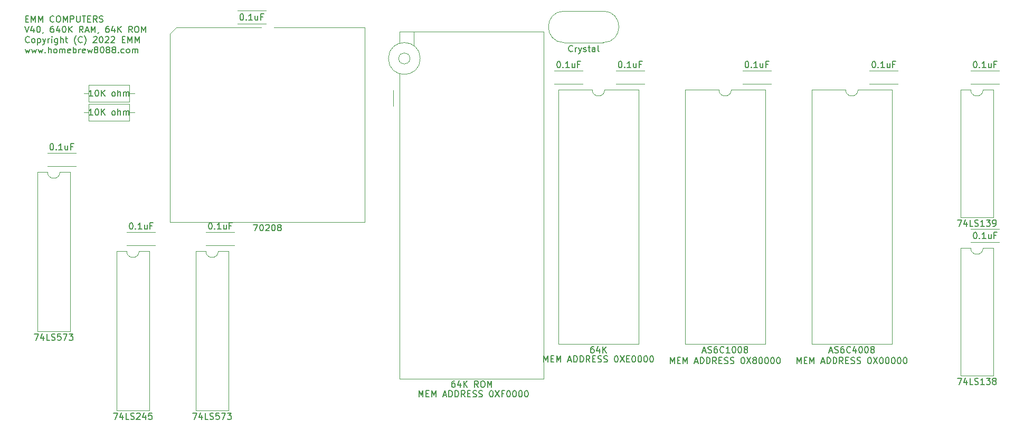
<source format=gbr>
G04 #@! TF.GenerationSoftware,KiCad,Pcbnew,(5.1.8)-1*
G04 #@! TF.CreationDate,2022-11-03T09:02:15-06:00*
G04 #@! TF.ProjectId,V40 64K 640K ISA,56343020-3634-44b2-9036-34304b204953,rev?*
G04 #@! TF.SameCoordinates,Original*
G04 #@! TF.FileFunction,Legend,Top*
G04 #@! TF.FilePolarity,Positive*
%FSLAX46Y46*%
G04 Gerber Fmt 4.6, Leading zero omitted, Abs format (unit mm)*
G04 Created by KiCad (PCBNEW (5.1.8)-1) date 2022-11-03 09:02:15*
%MOMM*%
%LPD*%
G01*
G04 APERTURE LIST*
%ADD10C,0.150000*%
%ADD11C,0.120000*%
G04 APERTURE END LIST*
D10*
X106038475Y-116250980D02*
X106038475Y-115250980D01*
X106371808Y-115965266D01*
X106705141Y-115250980D01*
X106705141Y-116250980D01*
X107181332Y-115727171D02*
X107514665Y-115727171D01*
X107657522Y-116250980D02*
X107181332Y-116250980D01*
X107181332Y-115250980D01*
X107657522Y-115250980D01*
X108086094Y-116250980D02*
X108086094Y-115250980D01*
X108419427Y-115965266D01*
X108752760Y-115250980D01*
X108752760Y-116250980D01*
X109943237Y-115965266D02*
X110419427Y-115965266D01*
X109847999Y-116250980D02*
X110181332Y-115250980D01*
X110514665Y-116250980D01*
X110847999Y-116250980D02*
X110847999Y-115250980D01*
X111086094Y-115250980D01*
X111228951Y-115298600D01*
X111324189Y-115393838D01*
X111371808Y-115489076D01*
X111419427Y-115679552D01*
X111419427Y-115822409D01*
X111371808Y-116012885D01*
X111324189Y-116108123D01*
X111228951Y-116203361D01*
X111086094Y-116250980D01*
X110847999Y-116250980D01*
X111847999Y-116250980D02*
X111847999Y-115250980D01*
X112086094Y-115250980D01*
X112228951Y-115298600D01*
X112324189Y-115393838D01*
X112371808Y-115489076D01*
X112419427Y-115679552D01*
X112419427Y-115822409D01*
X112371808Y-116012885D01*
X112324189Y-116108123D01*
X112228951Y-116203361D01*
X112086094Y-116250980D01*
X111847999Y-116250980D01*
X113419427Y-116250980D02*
X113086094Y-115774790D01*
X112847999Y-116250980D02*
X112847999Y-115250980D01*
X113228951Y-115250980D01*
X113324189Y-115298600D01*
X113371808Y-115346219D01*
X113419427Y-115441457D01*
X113419427Y-115584314D01*
X113371808Y-115679552D01*
X113324189Y-115727171D01*
X113228951Y-115774790D01*
X112847999Y-115774790D01*
X113847999Y-115727171D02*
X114181332Y-115727171D01*
X114324189Y-116250980D02*
X113847999Y-116250980D01*
X113847999Y-115250980D01*
X114324189Y-115250980D01*
X114705141Y-116203361D02*
X114847999Y-116250980D01*
X115086094Y-116250980D01*
X115181332Y-116203361D01*
X115228951Y-116155742D01*
X115276570Y-116060504D01*
X115276570Y-115965266D01*
X115228951Y-115870028D01*
X115181332Y-115822409D01*
X115086094Y-115774790D01*
X114895618Y-115727171D01*
X114800380Y-115679552D01*
X114752760Y-115631933D01*
X114705141Y-115536695D01*
X114705141Y-115441457D01*
X114752760Y-115346219D01*
X114800380Y-115298600D01*
X114895618Y-115250980D01*
X115133713Y-115250980D01*
X115276570Y-115298600D01*
X115657522Y-116203361D02*
X115800380Y-116250980D01*
X116038475Y-116250980D01*
X116133713Y-116203361D01*
X116181332Y-116155742D01*
X116228951Y-116060504D01*
X116228951Y-115965266D01*
X116181332Y-115870028D01*
X116133713Y-115822409D01*
X116038475Y-115774790D01*
X115847999Y-115727171D01*
X115752760Y-115679552D01*
X115705141Y-115631933D01*
X115657522Y-115536695D01*
X115657522Y-115441457D01*
X115705141Y-115346219D01*
X115752760Y-115298600D01*
X115847999Y-115250980D01*
X116086094Y-115250980D01*
X116228951Y-115298600D01*
X117609903Y-115250980D02*
X117705141Y-115250980D01*
X117800380Y-115298600D01*
X117847999Y-115346219D01*
X117895618Y-115441457D01*
X117943237Y-115631933D01*
X117943237Y-115870028D01*
X117895618Y-116060504D01*
X117847999Y-116155742D01*
X117800380Y-116203361D01*
X117705141Y-116250980D01*
X117609903Y-116250980D01*
X117514665Y-116203361D01*
X117467046Y-116155742D01*
X117419427Y-116060504D01*
X117371808Y-115870028D01*
X117371808Y-115631933D01*
X117419427Y-115441457D01*
X117467046Y-115346219D01*
X117514665Y-115298600D01*
X117609903Y-115250980D01*
X118276570Y-115250980D02*
X118943237Y-116250980D01*
X118943237Y-115250980D02*
X118276570Y-116250980D01*
X119324189Y-115727171D02*
X119657522Y-115727171D01*
X119800380Y-116250980D02*
X119324189Y-116250980D01*
X119324189Y-115250980D01*
X119800380Y-115250980D01*
X120419427Y-115250980D02*
X120514665Y-115250980D01*
X120609903Y-115298600D01*
X120657522Y-115346219D01*
X120705141Y-115441457D01*
X120752760Y-115631933D01*
X120752760Y-115870028D01*
X120705141Y-116060504D01*
X120657522Y-116155742D01*
X120609903Y-116203361D01*
X120514665Y-116250980D01*
X120419427Y-116250980D01*
X120324189Y-116203361D01*
X120276570Y-116155742D01*
X120228951Y-116060504D01*
X120181332Y-115870028D01*
X120181332Y-115631933D01*
X120228951Y-115441457D01*
X120276570Y-115346219D01*
X120324189Y-115298600D01*
X120419427Y-115250980D01*
X121371808Y-115250980D02*
X121467046Y-115250980D01*
X121562284Y-115298600D01*
X121609903Y-115346219D01*
X121657522Y-115441457D01*
X121705141Y-115631933D01*
X121705141Y-115870028D01*
X121657522Y-116060504D01*
X121609903Y-116155742D01*
X121562284Y-116203361D01*
X121467046Y-116250980D01*
X121371808Y-116250980D01*
X121276570Y-116203361D01*
X121228951Y-116155742D01*
X121181332Y-116060504D01*
X121133713Y-115870028D01*
X121133713Y-115631933D01*
X121181332Y-115441457D01*
X121228951Y-115346219D01*
X121276570Y-115298600D01*
X121371808Y-115250980D01*
X122324189Y-115250980D02*
X122419427Y-115250980D01*
X122514665Y-115298600D01*
X122562284Y-115346219D01*
X122609903Y-115441457D01*
X122657522Y-115631933D01*
X122657522Y-115870028D01*
X122609903Y-116060504D01*
X122562284Y-116155742D01*
X122514665Y-116203361D01*
X122419427Y-116250980D01*
X122324189Y-116250980D01*
X122228951Y-116203361D01*
X122181332Y-116155742D01*
X122133713Y-116060504D01*
X122086094Y-115870028D01*
X122086094Y-115631933D01*
X122133713Y-115441457D01*
X122181332Y-115346219D01*
X122228951Y-115298600D01*
X122324189Y-115250980D01*
X123276570Y-115250980D02*
X123371808Y-115250980D01*
X123467046Y-115298600D01*
X123514665Y-115346219D01*
X123562284Y-115441457D01*
X123609903Y-115631933D01*
X123609903Y-115870028D01*
X123562284Y-116060504D01*
X123514665Y-116155742D01*
X123467046Y-116203361D01*
X123371808Y-116250980D01*
X123276570Y-116250980D01*
X123181332Y-116203361D01*
X123133713Y-116155742D01*
X123086094Y-116060504D01*
X123038475Y-115870028D01*
X123038475Y-115631933D01*
X123086094Y-115441457D01*
X123133713Y-115346219D01*
X123181332Y-115298600D01*
X123276570Y-115250980D01*
X126334665Y-116504980D02*
X126334665Y-115504980D01*
X126667999Y-116219266D01*
X127001332Y-115504980D01*
X127001332Y-116504980D01*
X127477522Y-115981171D02*
X127810856Y-115981171D01*
X127953713Y-116504980D02*
X127477522Y-116504980D01*
X127477522Y-115504980D01*
X127953713Y-115504980D01*
X128382284Y-116504980D02*
X128382284Y-115504980D01*
X128715618Y-116219266D01*
X129048951Y-115504980D01*
X129048951Y-116504980D01*
X130239427Y-116219266D02*
X130715618Y-116219266D01*
X130144189Y-116504980D02*
X130477522Y-115504980D01*
X130810856Y-116504980D01*
X131144189Y-116504980D02*
X131144189Y-115504980D01*
X131382284Y-115504980D01*
X131525141Y-115552600D01*
X131620380Y-115647838D01*
X131667999Y-115743076D01*
X131715618Y-115933552D01*
X131715618Y-116076409D01*
X131667999Y-116266885D01*
X131620380Y-116362123D01*
X131525141Y-116457361D01*
X131382284Y-116504980D01*
X131144189Y-116504980D01*
X132144189Y-116504980D02*
X132144189Y-115504980D01*
X132382284Y-115504980D01*
X132525141Y-115552600D01*
X132620380Y-115647838D01*
X132667999Y-115743076D01*
X132715618Y-115933552D01*
X132715618Y-116076409D01*
X132667999Y-116266885D01*
X132620380Y-116362123D01*
X132525141Y-116457361D01*
X132382284Y-116504980D01*
X132144189Y-116504980D01*
X133715618Y-116504980D02*
X133382284Y-116028790D01*
X133144189Y-116504980D02*
X133144189Y-115504980D01*
X133525141Y-115504980D01*
X133620380Y-115552600D01*
X133667999Y-115600219D01*
X133715618Y-115695457D01*
X133715618Y-115838314D01*
X133667999Y-115933552D01*
X133620380Y-115981171D01*
X133525141Y-116028790D01*
X133144189Y-116028790D01*
X134144189Y-115981171D02*
X134477522Y-115981171D01*
X134620380Y-116504980D02*
X134144189Y-116504980D01*
X134144189Y-115504980D01*
X134620380Y-115504980D01*
X135001332Y-116457361D02*
X135144189Y-116504980D01*
X135382284Y-116504980D01*
X135477522Y-116457361D01*
X135525141Y-116409742D01*
X135572760Y-116314504D01*
X135572760Y-116219266D01*
X135525141Y-116124028D01*
X135477522Y-116076409D01*
X135382284Y-116028790D01*
X135191808Y-115981171D01*
X135096570Y-115933552D01*
X135048951Y-115885933D01*
X135001332Y-115790695D01*
X135001332Y-115695457D01*
X135048951Y-115600219D01*
X135096570Y-115552600D01*
X135191808Y-115504980D01*
X135429903Y-115504980D01*
X135572760Y-115552600D01*
X135953713Y-116457361D02*
X136096570Y-116504980D01*
X136334665Y-116504980D01*
X136429903Y-116457361D01*
X136477522Y-116409742D01*
X136525141Y-116314504D01*
X136525141Y-116219266D01*
X136477522Y-116124028D01*
X136429903Y-116076409D01*
X136334665Y-116028790D01*
X136144189Y-115981171D01*
X136048951Y-115933552D01*
X136001332Y-115885933D01*
X135953713Y-115790695D01*
X135953713Y-115695457D01*
X136001332Y-115600219D01*
X136048951Y-115552600D01*
X136144189Y-115504980D01*
X136382284Y-115504980D01*
X136525141Y-115552600D01*
X137906094Y-115504980D02*
X138001332Y-115504980D01*
X138096570Y-115552600D01*
X138144189Y-115600219D01*
X138191808Y-115695457D01*
X138239427Y-115885933D01*
X138239427Y-116124028D01*
X138191808Y-116314504D01*
X138144189Y-116409742D01*
X138096570Y-116457361D01*
X138001332Y-116504980D01*
X137906094Y-116504980D01*
X137810856Y-116457361D01*
X137763237Y-116409742D01*
X137715618Y-116314504D01*
X137667999Y-116124028D01*
X137667999Y-115885933D01*
X137715618Y-115695457D01*
X137763237Y-115600219D01*
X137810856Y-115552600D01*
X137906094Y-115504980D01*
X138572760Y-115504980D02*
X139239427Y-116504980D01*
X139239427Y-115504980D02*
X138572760Y-116504980D01*
X139763237Y-115933552D02*
X139667999Y-115885933D01*
X139620380Y-115838314D01*
X139572760Y-115743076D01*
X139572760Y-115695457D01*
X139620380Y-115600219D01*
X139667999Y-115552600D01*
X139763237Y-115504980D01*
X139953713Y-115504980D01*
X140048951Y-115552600D01*
X140096570Y-115600219D01*
X140144189Y-115695457D01*
X140144189Y-115743076D01*
X140096570Y-115838314D01*
X140048951Y-115885933D01*
X139953713Y-115933552D01*
X139763237Y-115933552D01*
X139667999Y-115981171D01*
X139620380Y-116028790D01*
X139572760Y-116124028D01*
X139572760Y-116314504D01*
X139620380Y-116409742D01*
X139667999Y-116457361D01*
X139763237Y-116504980D01*
X139953713Y-116504980D01*
X140048951Y-116457361D01*
X140096570Y-116409742D01*
X140144189Y-116314504D01*
X140144189Y-116124028D01*
X140096570Y-116028790D01*
X140048951Y-115981171D01*
X139953713Y-115933552D01*
X140763237Y-115504980D02*
X140858475Y-115504980D01*
X140953713Y-115552600D01*
X141001332Y-115600219D01*
X141048951Y-115695457D01*
X141096570Y-115885933D01*
X141096570Y-116124028D01*
X141048951Y-116314504D01*
X141001332Y-116409742D01*
X140953713Y-116457361D01*
X140858475Y-116504980D01*
X140763237Y-116504980D01*
X140667999Y-116457361D01*
X140620380Y-116409742D01*
X140572760Y-116314504D01*
X140525141Y-116124028D01*
X140525141Y-115885933D01*
X140572760Y-115695457D01*
X140620380Y-115600219D01*
X140667999Y-115552600D01*
X140763237Y-115504980D01*
X141715618Y-115504980D02*
X141810856Y-115504980D01*
X141906094Y-115552600D01*
X141953713Y-115600219D01*
X142001332Y-115695457D01*
X142048951Y-115885933D01*
X142048951Y-116124028D01*
X142001332Y-116314504D01*
X141953713Y-116409742D01*
X141906094Y-116457361D01*
X141810856Y-116504980D01*
X141715618Y-116504980D01*
X141620380Y-116457361D01*
X141572760Y-116409742D01*
X141525141Y-116314504D01*
X141477522Y-116124028D01*
X141477522Y-115885933D01*
X141525141Y-115695457D01*
X141572760Y-115600219D01*
X141620380Y-115552600D01*
X141715618Y-115504980D01*
X142667999Y-115504980D02*
X142763237Y-115504980D01*
X142858475Y-115552600D01*
X142906094Y-115600219D01*
X142953713Y-115695457D01*
X143001332Y-115885933D01*
X143001332Y-116124028D01*
X142953713Y-116314504D01*
X142906094Y-116409742D01*
X142858475Y-116457361D01*
X142763237Y-116504980D01*
X142667999Y-116504980D01*
X142572760Y-116457361D01*
X142525141Y-116409742D01*
X142477522Y-116314504D01*
X142429903Y-116124028D01*
X142429903Y-115885933D01*
X142477522Y-115695457D01*
X142525141Y-115600219D01*
X142572760Y-115552600D01*
X142667999Y-115504980D01*
X143620380Y-115504980D02*
X143715618Y-115504980D01*
X143810856Y-115552600D01*
X143858475Y-115600219D01*
X143906094Y-115695457D01*
X143953713Y-115885933D01*
X143953713Y-116124028D01*
X143906094Y-116314504D01*
X143858475Y-116409742D01*
X143810856Y-116457361D01*
X143715618Y-116504980D01*
X143620380Y-116504980D01*
X143525141Y-116457361D01*
X143477522Y-116409742D01*
X143429903Y-116314504D01*
X143382284Y-116124028D01*
X143382284Y-115885933D01*
X143429903Y-115695457D01*
X143477522Y-115600219D01*
X143525141Y-115552600D01*
X143620380Y-115504980D01*
X146654665Y-116504980D02*
X146654665Y-115504980D01*
X146987999Y-116219266D01*
X147321332Y-115504980D01*
X147321332Y-116504980D01*
X147797522Y-115981171D02*
X148130856Y-115981171D01*
X148273713Y-116504980D02*
X147797522Y-116504980D01*
X147797522Y-115504980D01*
X148273713Y-115504980D01*
X148702284Y-116504980D02*
X148702284Y-115504980D01*
X149035618Y-116219266D01*
X149368951Y-115504980D01*
X149368951Y-116504980D01*
X150559427Y-116219266D02*
X151035618Y-116219266D01*
X150464189Y-116504980D02*
X150797522Y-115504980D01*
X151130856Y-116504980D01*
X151464189Y-116504980D02*
X151464189Y-115504980D01*
X151702284Y-115504980D01*
X151845141Y-115552600D01*
X151940380Y-115647838D01*
X151987999Y-115743076D01*
X152035618Y-115933552D01*
X152035618Y-116076409D01*
X151987999Y-116266885D01*
X151940380Y-116362123D01*
X151845141Y-116457361D01*
X151702284Y-116504980D01*
X151464189Y-116504980D01*
X152464189Y-116504980D02*
X152464189Y-115504980D01*
X152702284Y-115504980D01*
X152845141Y-115552600D01*
X152940380Y-115647838D01*
X152987999Y-115743076D01*
X153035618Y-115933552D01*
X153035618Y-116076409D01*
X152987999Y-116266885D01*
X152940380Y-116362123D01*
X152845141Y-116457361D01*
X152702284Y-116504980D01*
X152464189Y-116504980D01*
X154035618Y-116504980D02*
X153702284Y-116028790D01*
X153464189Y-116504980D02*
X153464189Y-115504980D01*
X153845141Y-115504980D01*
X153940380Y-115552600D01*
X153987999Y-115600219D01*
X154035618Y-115695457D01*
X154035618Y-115838314D01*
X153987999Y-115933552D01*
X153940380Y-115981171D01*
X153845141Y-116028790D01*
X153464189Y-116028790D01*
X154464189Y-115981171D02*
X154797522Y-115981171D01*
X154940380Y-116504980D02*
X154464189Y-116504980D01*
X154464189Y-115504980D01*
X154940380Y-115504980D01*
X155321332Y-116457361D02*
X155464189Y-116504980D01*
X155702284Y-116504980D01*
X155797522Y-116457361D01*
X155845141Y-116409742D01*
X155892760Y-116314504D01*
X155892760Y-116219266D01*
X155845141Y-116124028D01*
X155797522Y-116076409D01*
X155702284Y-116028790D01*
X155511808Y-115981171D01*
X155416570Y-115933552D01*
X155368951Y-115885933D01*
X155321332Y-115790695D01*
X155321332Y-115695457D01*
X155368951Y-115600219D01*
X155416570Y-115552600D01*
X155511808Y-115504980D01*
X155749903Y-115504980D01*
X155892760Y-115552600D01*
X156273713Y-116457361D02*
X156416570Y-116504980D01*
X156654665Y-116504980D01*
X156749903Y-116457361D01*
X156797522Y-116409742D01*
X156845141Y-116314504D01*
X156845141Y-116219266D01*
X156797522Y-116124028D01*
X156749903Y-116076409D01*
X156654665Y-116028790D01*
X156464189Y-115981171D01*
X156368951Y-115933552D01*
X156321332Y-115885933D01*
X156273713Y-115790695D01*
X156273713Y-115695457D01*
X156321332Y-115600219D01*
X156368951Y-115552600D01*
X156464189Y-115504980D01*
X156702284Y-115504980D01*
X156845141Y-115552600D01*
X158226094Y-115504980D02*
X158321332Y-115504980D01*
X158416570Y-115552600D01*
X158464189Y-115600219D01*
X158511808Y-115695457D01*
X158559427Y-115885933D01*
X158559427Y-116124028D01*
X158511808Y-116314504D01*
X158464189Y-116409742D01*
X158416570Y-116457361D01*
X158321332Y-116504980D01*
X158226094Y-116504980D01*
X158130856Y-116457361D01*
X158083237Y-116409742D01*
X158035618Y-116314504D01*
X157987999Y-116124028D01*
X157987999Y-115885933D01*
X158035618Y-115695457D01*
X158083237Y-115600219D01*
X158130856Y-115552600D01*
X158226094Y-115504980D01*
X158892760Y-115504980D02*
X159559427Y-116504980D01*
X159559427Y-115504980D02*
X158892760Y-116504980D01*
X160130856Y-115504980D02*
X160226094Y-115504980D01*
X160321332Y-115552600D01*
X160368951Y-115600219D01*
X160416570Y-115695457D01*
X160464189Y-115885933D01*
X160464189Y-116124028D01*
X160416570Y-116314504D01*
X160368951Y-116409742D01*
X160321332Y-116457361D01*
X160226094Y-116504980D01*
X160130856Y-116504980D01*
X160035618Y-116457361D01*
X159987999Y-116409742D01*
X159940380Y-116314504D01*
X159892760Y-116124028D01*
X159892760Y-115885933D01*
X159940380Y-115695457D01*
X159987999Y-115600219D01*
X160035618Y-115552600D01*
X160130856Y-115504980D01*
X161083237Y-115504980D02*
X161178475Y-115504980D01*
X161273713Y-115552600D01*
X161321332Y-115600219D01*
X161368951Y-115695457D01*
X161416570Y-115885933D01*
X161416570Y-116124028D01*
X161368951Y-116314504D01*
X161321332Y-116409742D01*
X161273713Y-116457361D01*
X161178475Y-116504980D01*
X161083237Y-116504980D01*
X160987999Y-116457361D01*
X160940380Y-116409742D01*
X160892760Y-116314504D01*
X160845141Y-116124028D01*
X160845141Y-115885933D01*
X160892760Y-115695457D01*
X160940380Y-115600219D01*
X160987999Y-115552600D01*
X161083237Y-115504980D01*
X162035618Y-115504980D02*
X162130856Y-115504980D01*
X162226094Y-115552600D01*
X162273713Y-115600219D01*
X162321332Y-115695457D01*
X162368951Y-115885933D01*
X162368951Y-116124028D01*
X162321332Y-116314504D01*
X162273713Y-116409742D01*
X162226094Y-116457361D01*
X162130856Y-116504980D01*
X162035618Y-116504980D01*
X161940380Y-116457361D01*
X161892760Y-116409742D01*
X161845141Y-116314504D01*
X161797522Y-116124028D01*
X161797522Y-115885933D01*
X161845141Y-115695457D01*
X161892760Y-115600219D01*
X161940380Y-115552600D01*
X162035618Y-115504980D01*
X162987999Y-115504980D02*
X163083237Y-115504980D01*
X163178475Y-115552600D01*
X163226094Y-115600219D01*
X163273713Y-115695457D01*
X163321332Y-115885933D01*
X163321332Y-116124028D01*
X163273713Y-116314504D01*
X163226094Y-116409742D01*
X163178475Y-116457361D01*
X163083237Y-116504980D01*
X162987999Y-116504980D01*
X162892760Y-116457361D01*
X162845141Y-116409742D01*
X162797522Y-116314504D01*
X162749903Y-116124028D01*
X162749903Y-115885933D01*
X162797522Y-115695457D01*
X162845141Y-115600219D01*
X162892760Y-115552600D01*
X162987999Y-115504980D01*
X163940380Y-115504980D02*
X164035618Y-115504980D01*
X164130856Y-115552600D01*
X164178475Y-115600219D01*
X164226094Y-115695457D01*
X164273713Y-115885933D01*
X164273713Y-116124028D01*
X164226094Y-116314504D01*
X164178475Y-116409742D01*
X164130856Y-116457361D01*
X164035618Y-116504980D01*
X163940380Y-116504980D01*
X163845141Y-116457361D01*
X163797522Y-116409742D01*
X163749903Y-116314504D01*
X163702284Y-116124028D01*
X163702284Y-115885933D01*
X163749903Y-115695457D01*
X163797522Y-115600219D01*
X163845141Y-115552600D01*
X163940380Y-115504980D01*
X85996284Y-121838980D02*
X85996284Y-120838980D01*
X86329618Y-121553266D01*
X86662951Y-120838980D01*
X86662951Y-121838980D01*
X87139141Y-121315171D02*
X87472475Y-121315171D01*
X87615332Y-121838980D02*
X87139141Y-121838980D01*
X87139141Y-120838980D01*
X87615332Y-120838980D01*
X88043903Y-121838980D02*
X88043903Y-120838980D01*
X88377237Y-121553266D01*
X88710570Y-120838980D01*
X88710570Y-121838980D01*
X89901046Y-121553266D02*
X90377237Y-121553266D01*
X89805808Y-121838980D02*
X90139141Y-120838980D01*
X90472475Y-121838980D01*
X90805808Y-121838980D02*
X90805808Y-120838980D01*
X91043903Y-120838980D01*
X91186760Y-120886600D01*
X91281999Y-120981838D01*
X91329618Y-121077076D01*
X91377237Y-121267552D01*
X91377237Y-121410409D01*
X91329618Y-121600885D01*
X91281999Y-121696123D01*
X91186760Y-121791361D01*
X91043903Y-121838980D01*
X90805808Y-121838980D01*
X91805808Y-121838980D02*
X91805808Y-120838980D01*
X92043903Y-120838980D01*
X92186760Y-120886600D01*
X92281999Y-120981838D01*
X92329618Y-121077076D01*
X92377237Y-121267552D01*
X92377237Y-121410409D01*
X92329618Y-121600885D01*
X92281999Y-121696123D01*
X92186760Y-121791361D01*
X92043903Y-121838980D01*
X91805808Y-121838980D01*
X93377237Y-121838980D02*
X93043903Y-121362790D01*
X92805808Y-121838980D02*
X92805808Y-120838980D01*
X93186760Y-120838980D01*
X93281999Y-120886600D01*
X93329618Y-120934219D01*
X93377237Y-121029457D01*
X93377237Y-121172314D01*
X93329618Y-121267552D01*
X93281999Y-121315171D01*
X93186760Y-121362790D01*
X92805808Y-121362790D01*
X93805808Y-121315171D02*
X94139141Y-121315171D01*
X94281999Y-121838980D02*
X93805808Y-121838980D01*
X93805808Y-120838980D01*
X94281999Y-120838980D01*
X94662951Y-121791361D02*
X94805808Y-121838980D01*
X95043903Y-121838980D01*
X95139141Y-121791361D01*
X95186760Y-121743742D01*
X95234380Y-121648504D01*
X95234380Y-121553266D01*
X95186760Y-121458028D01*
X95139141Y-121410409D01*
X95043903Y-121362790D01*
X94853427Y-121315171D01*
X94758189Y-121267552D01*
X94710570Y-121219933D01*
X94662951Y-121124695D01*
X94662951Y-121029457D01*
X94710570Y-120934219D01*
X94758189Y-120886600D01*
X94853427Y-120838980D01*
X95091522Y-120838980D01*
X95234380Y-120886600D01*
X95615332Y-121791361D02*
X95758189Y-121838980D01*
X95996284Y-121838980D01*
X96091522Y-121791361D01*
X96139141Y-121743742D01*
X96186760Y-121648504D01*
X96186760Y-121553266D01*
X96139141Y-121458028D01*
X96091522Y-121410409D01*
X95996284Y-121362790D01*
X95805808Y-121315171D01*
X95710570Y-121267552D01*
X95662951Y-121219933D01*
X95615332Y-121124695D01*
X95615332Y-121029457D01*
X95662951Y-120934219D01*
X95710570Y-120886600D01*
X95805808Y-120838980D01*
X96043903Y-120838980D01*
X96186760Y-120886600D01*
X97567713Y-120838980D02*
X97662951Y-120838980D01*
X97758189Y-120886600D01*
X97805808Y-120934219D01*
X97853427Y-121029457D01*
X97901046Y-121219933D01*
X97901046Y-121458028D01*
X97853427Y-121648504D01*
X97805808Y-121743742D01*
X97758189Y-121791361D01*
X97662951Y-121838980D01*
X97567713Y-121838980D01*
X97472475Y-121791361D01*
X97424856Y-121743742D01*
X97377237Y-121648504D01*
X97329618Y-121458028D01*
X97329618Y-121219933D01*
X97377237Y-121029457D01*
X97424856Y-120934219D01*
X97472475Y-120886600D01*
X97567713Y-120838980D01*
X98234380Y-120838980D02*
X98901046Y-121838980D01*
X98901046Y-120838980D02*
X98234380Y-121838980D01*
X99615332Y-121315171D02*
X99281999Y-121315171D01*
X99281999Y-121838980D02*
X99281999Y-120838980D01*
X99758189Y-120838980D01*
X100329618Y-120838980D02*
X100424856Y-120838980D01*
X100520094Y-120886600D01*
X100567713Y-120934219D01*
X100615332Y-121029457D01*
X100662951Y-121219933D01*
X100662951Y-121458028D01*
X100615332Y-121648504D01*
X100567713Y-121743742D01*
X100520094Y-121791361D01*
X100424856Y-121838980D01*
X100329618Y-121838980D01*
X100234380Y-121791361D01*
X100186760Y-121743742D01*
X100139141Y-121648504D01*
X100091522Y-121458028D01*
X100091522Y-121219933D01*
X100139141Y-121029457D01*
X100186760Y-120934219D01*
X100234380Y-120886600D01*
X100329618Y-120838980D01*
X101281999Y-120838980D02*
X101377237Y-120838980D01*
X101472475Y-120886600D01*
X101520094Y-120934219D01*
X101567713Y-121029457D01*
X101615332Y-121219933D01*
X101615332Y-121458028D01*
X101567713Y-121648504D01*
X101520094Y-121743742D01*
X101472475Y-121791361D01*
X101377237Y-121838980D01*
X101281999Y-121838980D01*
X101186760Y-121791361D01*
X101139141Y-121743742D01*
X101091522Y-121648504D01*
X101043903Y-121458028D01*
X101043903Y-121219933D01*
X101091522Y-121029457D01*
X101139141Y-120934219D01*
X101186760Y-120886600D01*
X101281999Y-120838980D01*
X102234380Y-120838980D02*
X102329618Y-120838980D01*
X102424856Y-120886600D01*
X102472475Y-120934219D01*
X102520094Y-121029457D01*
X102567713Y-121219933D01*
X102567713Y-121458028D01*
X102520094Y-121648504D01*
X102472475Y-121743742D01*
X102424856Y-121791361D01*
X102329618Y-121838980D01*
X102234380Y-121838980D01*
X102139141Y-121791361D01*
X102091522Y-121743742D01*
X102043903Y-121648504D01*
X101996284Y-121458028D01*
X101996284Y-121219933D01*
X102043903Y-121029457D01*
X102091522Y-120934219D01*
X102139141Y-120886600D01*
X102234380Y-120838980D01*
X103186760Y-120838980D02*
X103281999Y-120838980D01*
X103377237Y-120886600D01*
X103424856Y-120934219D01*
X103472475Y-121029457D01*
X103520094Y-121219933D01*
X103520094Y-121458028D01*
X103472475Y-121648504D01*
X103424856Y-121743742D01*
X103377237Y-121791361D01*
X103281999Y-121838980D01*
X103186760Y-121838980D01*
X103091522Y-121791361D01*
X103043903Y-121743742D01*
X102996284Y-121648504D01*
X102948665Y-121458028D01*
X102948665Y-121219933D01*
X102996284Y-121029457D01*
X103043903Y-120934219D01*
X103091522Y-120886600D01*
X103186760Y-120838980D01*
X22933975Y-61182171D02*
X23267308Y-61182171D01*
X23410165Y-61705980D02*
X22933975Y-61705980D01*
X22933975Y-60705980D01*
X23410165Y-60705980D01*
X23838737Y-61705980D02*
X23838737Y-60705980D01*
X24172070Y-61420266D01*
X24505403Y-60705980D01*
X24505403Y-61705980D01*
X24981594Y-61705980D02*
X24981594Y-60705980D01*
X25314927Y-61420266D01*
X25648260Y-60705980D01*
X25648260Y-61705980D01*
X27457784Y-61610742D02*
X27410165Y-61658361D01*
X27267308Y-61705980D01*
X27172070Y-61705980D01*
X27029213Y-61658361D01*
X26933975Y-61563123D01*
X26886356Y-61467885D01*
X26838737Y-61277409D01*
X26838737Y-61134552D01*
X26886356Y-60944076D01*
X26933975Y-60848838D01*
X27029213Y-60753600D01*
X27172070Y-60705980D01*
X27267308Y-60705980D01*
X27410165Y-60753600D01*
X27457784Y-60801219D01*
X28076832Y-60705980D02*
X28267308Y-60705980D01*
X28362546Y-60753600D01*
X28457784Y-60848838D01*
X28505403Y-61039314D01*
X28505403Y-61372647D01*
X28457784Y-61563123D01*
X28362546Y-61658361D01*
X28267308Y-61705980D01*
X28076832Y-61705980D01*
X27981594Y-61658361D01*
X27886356Y-61563123D01*
X27838737Y-61372647D01*
X27838737Y-61039314D01*
X27886356Y-60848838D01*
X27981594Y-60753600D01*
X28076832Y-60705980D01*
X28933975Y-61705980D02*
X28933975Y-60705980D01*
X29267308Y-61420266D01*
X29600641Y-60705980D01*
X29600641Y-61705980D01*
X30076832Y-61705980D02*
X30076832Y-60705980D01*
X30457784Y-60705980D01*
X30553022Y-60753600D01*
X30600641Y-60801219D01*
X30648260Y-60896457D01*
X30648260Y-61039314D01*
X30600641Y-61134552D01*
X30553022Y-61182171D01*
X30457784Y-61229790D01*
X30076832Y-61229790D01*
X31076832Y-60705980D02*
X31076832Y-61515504D01*
X31124451Y-61610742D01*
X31172070Y-61658361D01*
X31267308Y-61705980D01*
X31457784Y-61705980D01*
X31553022Y-61658361D01*
X31600641Y-61610742D01*
X31648260Y-61515504D01*
X31648260Y-60705980D01*
X31981594Y-60705980D02*
X32553022Y-60705980D01*
X32267308Y-61705980D02*
X32267308Y-60705980D01*
X32886356Y-61182171D02*
X33219689Y-61182171D01*
X33362546Y-61705980D02*
X32886356Y-61705980D01*
X32886356Y-60705980D01*
X33362546Y-60705980D01*
X34362546Y-61705980D02*
X34029213Y-61229790D01*
X33791118Y-61705980D02*
X33791118Y-60705980D01*
X34172070Y-60705980D01*
X34267308Y-60753600D01*
X34314927Y-60801219D01*
X34362546Y-60896457D01*
X34362546Y-61039314D01*
X34314927Y-61134552D01*
X34267308Y-61182171D01*
X34172070Y-61229790D01*
X33791118Y-61229790D01*
X34743499Y-61658361D02*
X34886356Y-61705980D01*
X35124451Y-61705980D01*
X35219689Y-61658361D01*
X35267308Y-61610742D01*
X35314927Y-61515504D01*
X35314927Y-61420266D01*
X35267308Y-61325028D01*
X35219689Y-61277409D01*
X35124451Y-61229790D01*
X34933975Y-61182171D01*
X34838737Y-61134552D01*
X34791118Y-61086933D01*
X34743499Y-60991695D01*
X34743499Y-60896457D01*
X34791118Y-60801219D01*
X34838737Y-60753600D01*
X34933975Y-60705980D01*
X35172070Y-60705980D01*
X35314927Y-60753600D01*
X22791118Y-62355980D02*
X23124451Y-63355980D01*
X23457784Y-62355980D01*
X24219689Y-62689314D02*
X24219689Y-63355980D01*
X23981594Y-62308361D02*
X23743499Y-63022647D01*
X24362546Y-63022647D01*
X24933975Y-62355980D02*
X25029213Y-62355980D01*
X25124451Y-62403600D01*
X25172070Y-62451219D01*
X25219689Y-62546457D01*
X25267308Y-62736933D01*
X25267308Y-62975028D01*
X25219689Y-63165504D01*
X25172070Y-63260742D01*
X25124451Y-63308361D01*
X25029213Y-63355980D01*
X24933975Y-63355980D01*
X24838737Y-63308361D01*
X24791118Y-63260742D01*
X24743499Y-63165504D01*
X24695880Y-62975028D01*
X24695880Y-62736933D01*
X24743499Y-62546457D01*
X24791118Y-62451219D01*
X24838737Y-62403600D01*
X24933975Y-62355980D01*
X25743499Y-63308361D02*
X25743499Y-63355980D01*
X25695880Y-63451219D01*
X25648260Y-63498838D01*
X27362546Y-62355980D02*
X27172070Y-62355980D01*
X27076832Y-62403600D01*
X27029213Y-62451219D01*
X26933975Y-62594076D01*
X26886356Y-62784552D01*
X26886356Y-63165504D01*
X26933975Y-63260742D01*
X26981594Y-63308361D01*
X27076832Y-63355980D01*
X27267308Y-63355980D01*
X27362546Y-63308361D01*
X27410165Y-63260742D01*
X27457784Y-63165504D01*
X27457784Y-62927409D01*
X27410165Y-62832171D01*
X27362546Y-62784552D01*
X27267308Y-62736933D01*
X27076832Y-62736933D01*
X26981594Y-62784552D01*
X26933975Y-62832171D01*
X26886356Y-62927409D01*
X28314927Y-62689314D02*
X28314927Y-63355980D01*
X28076832Y-62308361D02*
X27838737Y-63022647D01*
X28457784Y-63022647D01*
X29029213Y-62355980D02*
X29124451Y-62355980D01*
X29219689Y-62403600D01*
X29267308Y-62451219D01*
X29314927Y-62546457D01*
X29362546Y-62736933D01*
X29362546Y-62975028D01*
X29314927Y-63165504D01*
X29267308Y-63260742D01*
X29219689Y-63308361D01*
X29124451Y-63355980D01*
X29029213Y-63355980D01*
X28933975Y-63308361D01*
X28886356Y-63260742D01*
X28838737Y-63165504D01*
X28791118Y-62975028D01*
X28791118Y-62736933D01*
X28838737Y-62546457D01*
X28886356Y-62451219D01*
X28933975Y-62403600D01*
X29029213Y-62355980D01*
X29791118Y-63355980D02*
X29791118Y-62355980D01*
X30362546Y-63355980D02*
X29933975Y-62784552D01*
X30362546Y-62355980D02*
X29791118Y-62927409D01*
X32124451Y-63355980D02*
X31791118Y-62879790D01*
X31553022Y-63355980D02*
X31553022Y-62355980D01*
X31933975Y-62355980D01*
X32029213Y-62403600D01*
X32076832Y-62451219D01*
X32124451Y-62546457D01*
X32124451Y-62689314D01*
X32076832Y-62784552D01*
X32029213Y-62832171D01*
X31933975Y-62879790D01*
X31553022Y-62879790D01*
X32505403Y-63070266D02*
X32981594Y-63070266D01*
X32410165Y-63355980D02*
X32743499Y-62355980D01*
X33076832Y-63355980D01*
X33410165Y-63355980D02*
X33410165Y-62355980D01*
X33743499Y-63070266D01*
X34076832Y-62355980D01*
X34076832Y-63355980D01*
X34600641Y-63308361D02*
X34600641Y-63355980D01*
X34553022Y-63451219D01*
X34505403Y-63498838D01*
X36219689Y-62355980D02*
X36029213Y-62355980D01*
X35933975Y-62403600D01*
X35886356Y-62451219D01*
X35791118Y-62594076D01*
X35743499Y-62784552D01*
X35743499Y-63165504D01*
X35791118Y-63260742D01*
X35838737Y-63308361D01*
X35933975Y-63355980D01*
X36124451Y-63355980D01*
X36219689Y-63308361D01*
X36267308Y-63260742D01*
X36314927Y-63165504D01*
X36314927Y-62927409D01*
X36267308Y-62832171D01*
X36219689Y-62784552D01*
X36124451Y-62736933D01*
X35933975Y-62736933D01*
X35838737Y-62784552D01*
X35791118Y-62832171D01*
X35743499Y-62927409D01*
X37172070Y-62689314D02*
X37172070Y-63355980D01*
X36933975Y-62308361D02*
X36695880Y-63022647D01*
X37314927Y-63022647D01*
X37695880Y-63355980D02*
X37695880Y-62355980D01*
X38267308Y-63355980D02*
X37838737Y-62784552D01*
X38267308Y-62355980D02*
X37695880Y-62927409D01*
X40029213Y-63355980D02*
X39695880Y-62879790D01*
X39457784Y-63355980D02*
X39457784Y-62355980D01*
X39838737Y-62355980D01*
X39933975Y-62403600D01*
X39981594Y-62451219D01*
X40029213Y-62546457D01*
X40029213Y-62689314D01*
X39981594Y-62784552D01*
X39933975Y-62832171D01*
X39838737Y-62879790D01*
X39457784Y-62879790D01*
X40648260Y-62355980D02*
X40838737Y-62355980D01*
X40933975Y-62403600D01*
X41029213Y-62498838D01*
X41076832Y-62689314D01*
X41076832Y-63022647D01*
X41029213Y-63213123D01*
X40933975Y-63308361D01*
X40838737Y-63355980D01*
X40648260Y-63355980D01*
X40553022Y-63308361D01*
X40457784Y-63213123D01*
X40410165Y-63022647D01*
X40410165Y-62689314D01*
X40457784Y-62498838D01*
X40553022Y-62403600D01*
X40648260Y-62355980D01*
X41505403Y-63355980D02*
X41505403Y-62355980D01*
X41838737Y-63070266D01*
X42172070Y-62355980D01*
X42172070Y-63355980D01*
X23505403Y-64910742D02*
X23457784Y-64958361D01*
X23314927Y-65005980D01*
X23219689Y-65005980D01*
X23076832Y-64958361D01*
X22981594Y-64863123D01*
X22933975Y-64767885D01*
X22886356Y-64577409D01*
X22886356Y-64434552D01*
X22933975Y-64244076D01*
X22981594Y-64148838D01*
X23076832Y-64053600D01*
X23219689Y-64005980D01*
X23314927Y-64005980D01*
X23457784Y-64053600D01*
X23505403Y-64101219D01*
X24076832Y-65005980D02*
X23981594Y-64958361D01*
X23933975Y-64910742D01*
X23886356Y-64815504D01*
X23886356Y-64529790D01*
X23933975Y-64434552D01*
X23981594Y-64386933D01*
X24076832Y-64339314D01*
X24219689Y-64339314D01*
X24314927Y-64386933D01*
X24362546Y-64434552D01*
X24410165Y-64529790D01*
X24410165Y-64815504D01*
X24362546Y-64910742D01*
X24314927Y-64958361D01*
X24219689Y-65005980D01*
X24076832Y-65005980D01*
X24838737Y-64339314D02*
X24838737Y-65339314D01*
X24838737Y-64386933D02*
X24933975Y-64339314D01*
X25124451Y-64339314D01*
X25219689Y-64386933D01*
X25267308Y-64434552D01*
X25314927Y-64529790D01*
X25314927Y-64815504D01*
X25267308Y-64910742D01*
X25219689Y-64958361D01*
X25124451Y-65005980D01*
X24933975Y-65005980D01*
X24838737Y-64958361D01*
X25648260Y-64339314D02*
X25886356Y-65005980D01*
X26124451Y-64339314D02*
X25886356Y-65005980D01*
X25791118Y-65244076D01*
X25743499Y-65291695D01*
X25648260Y-65339314D01*
X26505403Y-65005980D02*
X26505403Y-64339314D01*
X26505403Y-64529790D02*
X26553022Y-64434552D01*
X26600641Y-64386933D01*
X26695880Y-64339314D01*
X26791118Y-64339314D01*
X27124451Y-65005980D02*
X27124451Y-64339314D01*
X27124451Y-64005980D02*
X27076832Y-64053600D01*
X27124451Y-64101219D01*
X27172070Y-64053600D01*
X27124451Y-64005980D01*
X27124451Y-64101219D01*
X28029213Y-64339314D02*
X28029213Y-65148838D01*
X27981594Y-65244076D01*
X27933975Y-65291695D01*
X27838737Y-65339314D01*
X27695880Y-65339314D01*
X27600641Y-65291695D01*
X28029213Y-64958361D02*
X27933975Y-65005980D01*
X27743499Y-65005980D01*
X27648260Y-64958361D01*
X27600641Y-64910742D01*
X27553022Y-64815504D01*
X27553022Y-64529790D01*
X27600641Y-64434552D01*
X27648260Y-64386933D01*
X27743499Y-64339314D01*
X27933975Y-64339314D01*
X28029213Y-64386933D01*
X28505403Y-65005980D02*
X28505403Y-64005980D01*
X28933975Y-65005980D02*
X28933975Y-64482171D01*
X28886356Y-64386933D01*
X28791118Y-64339314D01*
X28648260Y-64339314D01*
X28553022Y-64386933D01*
X28505403Y-64434552D01*
X29267308Y-64339314D02*
X29648260Y-64339314D01*
X29410165Y-64005980D02*
X29410165Y-64863123D01*
X29457784Y-64958361D01*
X29553022Y-65005980D01*
X29648260Y-65005980D01*
X31029213Y-65386933D02*
X30981594Y-65339314D01*
X30886356Y-65196457D01*
X30838737Y-65101219D01*
X30791118Y-64958361D01*
X30743499Y-64720266D01*
X30743499Y-64529790D01*
X30791118Y-64291695D01*
X30838737Y-64148838D01*
X30886356Y-64053600D01*
X30981594Y-63910742D01*
X31029213Y-63863123D01*
X31981594Y-64910742D02*
X31933975Y-64958361D01*
X31791118Y-65005980D01*
X31695880Y-65005980D01*
X31553022Y-64958361D01*
X31457784Y-64863123D01*
X31410165Y-64767885D01*
X31362546Y-64577409D01*
X31362546Y-64434552D01*
X31410165Y-64244076D01*
X31457784Y-64148838D01*
X31553022Y-64053600D01*
X31695880Y-64005980D01*
X31791118Y-64005980D01*
X31933975Y-64053600D01*
X31981594Y-64101219D01*
X32314927Y-65386933D02*
X32362546Y-65339314D01*
X32457784Y-65196457D01*
X32505403Y-65101219D01*
X32553022Y-64958361D01*
X32600641Y-64720266D01*
X32600641Y-64529790D01*
X32553022Y-64291695D01*
X32505403Y-64148838D01*
X32457784Y-64053600D01*
X32362546Y-63910742D01*
X32314927Y-63863123D01*
X33791118Y-64101219D02*
X33838737Y-64053600D01*
X33933975Y-64005980D01*
X34172070Y-64005980D01*
X34267308Y-64053600D01*
X34314927Y-64101219D01*
X34362546Y-64196457D01*
X34362546Y-64291695D01*
X34314927Y-64434552D01*
X33743499Y-65005980D01*
X34362546Y-65005980D01*
X34981594Y-64005980D02*
X35076832Y-64005980D01*
X35172070Y-64053600D01*
X35219689Y-64101219D01*
X35267308Y-64196457D01*
X35314927Y-64386933D01*
X35314927Y-64625028D01*
X35267308Y-64815504D01*
X35219689Y-64910742D01*
X35172070Y-64958361D01*
X35076832Y-65005980D01*
X34981594Y-65005980D01*
X34886356Y-64958361D01*
X34838737Y-64910742D01*
X34791118Y-64815504D01*
X34743499Y-64625028D01*
X34743499Y-64386933D01*
X34791118Y-64196457D01*
X34838737Y-64101219D01*
X34886356Y-64053600D01*
X34981594Y-64005980D01*
X35695880Y-64101219D02*
X35743499Y-64053600D01*
X35838737Y-64005980D01*
X36076832Y-64005980D01*
X36172070Y-64053600D01*
X36219689Y-64101219D01*
X36267308Y-64196457D01*
X36267308Y-64291695D01*
X36219689Y-64434552D01*
X35648260Y-65005980D01*
X36267308Y-65005980D01*
X36648260Y-64101219D02*
X36695880Y-64053600D01*
X36791118Y-64005980D01*
X37029213Y-64005980D01*
X37124451Y-64053600D01*
X37172070Y-64101219D01*
X37219689Y-64196457D01*
X37219689Y-64291695D01*
X37172070Y-64434552D01*
X36600641Y-65005980D01*
X37219689Y-65005980D01*
X38410165Y-64482171D02*
X38743499Y-64482171D01*
X38886356Y-65005980D02*
X38410165Y-65005980D01*
X38410165Y-64005980D01*
X38886356Y-64005980D01*
X39314927Y-65005980D02*
X39314927Y-64005980D01*
X39648260Y-64720266D01*
X39981594Y-64005980D01*
X39981594Y-65005980D01*
X40457784Y-65005980D02*
X40457784Y-64005980D01*
X40791118Y-64720266D01*
X41124451Y-64005980D01*
X41124451Y-65005980D01*
X22838737Y-65989314D02*
X23029213Y-66655980D01*
X23219689Y-66179790D01*
X23410165Y-66655980D01*
X23600641Y-65989314D01*
X23886356Y-65989314D02*
X24076832Y-66655980D01*
X24267308Y-66179790D01*
X24457784Y-66655980D01*
X24648260Y-65989314D01*
X24933975Y-65989314D02*
X25124451Y-66655980D01*
X25314927Y-66179790D01*
X25505403Y-66655980D01*
X25695880Y-65989314D01*
X26076832Y-66560742D02*
X26124451Y-66608361D01*
X26076832Y-66655980D01*
X26029213Y-66608361D01*
X26076832Y-66560742D01*
X26076832Y-66655980D01*
X26553022Y-66655980D02*
X26553022Y-65655980D01*
X26981594Y-66655980D02*
X26981594Y-66132171D01*
X26933975Y-66036933D01*
X26838737Y-65989314D01*
X26695880Y-65989314D01*
X26600641Y-66036933D01*
X26553022Y-66084552D01*
X27600641Y-66655980D02*
X27505403Y-66608361D01*
X27457784Y-66560742D01*
X27410165Y-66465504D01*
X27410165Y-66179790D01*
X27457784Y-66084552D01*
X27505403Y-66036933D01*
X27600641Y-65989314D01*
X27743499Y-65989314D01*
X27838737Y-66036933D01*
X27886356Y-66084552D01*
X27933975Y-66179790D01*
X27933975Y-66465504D01*
X27886356Y-66560742D01*
X27838737Y-66608361D01*
X27743499Y-66655980D01*
X27600641Y-66655980D01*
X28362546Y-66655980D02*
X28362546Y-65989314D01*
X28362546Y-66084552D02*
X28410165Y-66036933D01*
X28505403Y-65989314D01*
X28648260Y-65989314D01*
X28743499Y-66036933D01*
X28791118Y-66132171D01*
X28791118Y-66655980D01*
X28791118Y-66132171D02*
X28838737Y-66036933D01*
X28933975Y-65989314D01*
X29076832Y-65989314D01*
X29172070Y-66036933D01*
X29219689Y-66132171D01*
X29219689Y-66655980D01*
X30076832Y-66608361D02*
X29981594Y-66655980D01*
X29791118Y-66655980D01*
X29695880Y-66608361D01*
X29648260Y-66513123D01*
X29648260Y-66132171D01*
X29695880Y-66036933D01*
X29791118Y-65989314D01*
X29981594Y-65989314D01*
X30076832Y-66036933D01*
X30124451Y-66132171D01*
X30124451Y-66227409D01*
X29648260Y-66322647D01*
X30553022Y-66655980D02*
X30553022Y-65655980D01*
X30553022Y-66036933D02*
X30648260Y-65989314D01*
X30838737Y-65989314D01*
X30933975Y-66036933D01*
X30981594Y-66084552D01*
X31029213Y-66179790D01*
X31029213Y-66465504D01*
X30981594Y-66560742D01*
X30933975Y-66608361D01*
X30838737Y-66655980D01*
X30648260Y-66655980D01*
X30553022Y-66608361D01*
X31457784Y-66655980D02*
X31457784Y-65989314D01*
X31457784Y-66179790D02*
X31505403Y-66084552D01*
X31553022Y-66036933D01*
X31648260Y-65989314D01*
X31743499Y-65989314D01*
X32457784Y-66608361D02*
X32362546Y-66655980D01*
X32172070Y-66655980D01*
X32076832Y-66608361D01*
X32029213Y-66513123D01*
X32029213Y-66132171D01*
X32076832Y-66036933D01*
X32172070Y-65989314D01*
X32362546Y-65989314D01*
X32457784Y-66036933D01*
X32505403Y-66132171D01*
X32505403Y-66227409D01*
X32029213Y-66322647D01*
X32838737Y-65989314D02*
X33029213Y-66655980D01*
X33219689Y-66179790D01*
X33410165Y-66655980D01*
X33600641Y-65989314D01*
X34124451Y-66084552D02*
X34029213Y-66036933D01*
X33981594Y-65989314D01*
X33933975Y-65894076D01*
X33933975Y-65846457D01*
X33981594Y-65751219D01*
X34029213Y-65703600D01*
X34124451Y-65655980D01*
X34314927Y-65655980D01*
X34410165Y-65703600D01*
X34457784Y-65751219D01*
X34505403Y-65846457D01*
X34505403Y-65894076D01*
X34457784Y-65989314D01*
X34410165Y-66036933D01*
X34314927Y-66084552D01*
X34124451Y-66084552D01*
X34029213Y-66132171D01*
X33981594Y-66179790D01*
X33933975Y-66275028D01*
X33933975Y-66465504D01*
X33981594Y-66560742D01*
X34029213Y-66608361D01*
X34124451Y-66655980D01*
X34314927Y-66655980D01*
X34410165Y-66608361D01*
X34457784Y-66560742D01*
X34505403Y-66465504D01*
X34505403Y-66275028D01*
X34457784Y-66179790D01*
X34410165Y-66132171D01*
X34314927Y-66084552D01*
X35124451Y-65655980D02*
X35219689Y-65655980D01*
X35314927Y-65703600D01*
X35362546Y-65751219D01*
X35410165Y-65846457D01*
X35457784Y-66036933D01*
X35457784Y-66275028D01*
X35410165Y-66465504D01*
X35362546Y-66560742D01*
X35314927Y-66608361D01*
X35219689Y-66655980D01*
X35124451Y-66655980D01*
X35029213Y-66608361D01*
X34981594Y-66560742D01*
X34933975Y-66465504D01*
X34886356Y-66275028D01*
X34886356Y-66036933D01*
X34933975Y-65846457D01*
X34981594Y-65751219D01*
X35029213Y-65703600D01*
X35124451Y-65655980D01*
X36029213Y-66084552D02*
X35933975Y-66036933D01*
X35886356Y-65989314D01*
X35838737Y-65894076D01*
X35838737Y-65846457D01*
X35886356Y-65751219D01*
X35933975Y-65703600D01*
X36029213Y-65655980D01*
X36219689Y-65655980D01*
X36314927Y-65703600D01*
X36362546Y-65751219D01*
X36410165Y-65846457D01*
X36410165Y-65894076D01*
X36362546Y-65989314D01*
X36314927Y-66036933D01*
X36219689Y-66084552D01*
X36029213Y-66084552D01*
X35933975Y-66132171D01*
X35886356Y-66179790D01*
X35838737Y-66275028D01*
X35838737Y-66465504D01*
X35886356Y-66560742D01*
X35933975Y-66608361D01*
X36029213Y-66655980D01*
X36219689Y-66655980D01*
X36314927Y-66608361D01*
X36362546Y-66560742D01*
X36410165Y-66465504D01*
X36410165Y-66275028D01*
X36362546Y-66179790D01*
X36314927Y-66132171D01*
X36219689Y-66084552D01*
X36981594Y-66084552D02*
X36886356Y-66036933D01*
X36838737Y-65989314D01*
X36791118Y-65894076D01*
X36791118Y-65846457D01*
X36838737Y-65751219D01*
X36886356Y-65703600D01*
X36981594Y-65655980D01*
X37172070Y-65655980D01*
X37267308Y-65703600D01*
X37314927Y-65751219D01*
X37362546Y-65846457D01*
X37362546Y-65894076D01*
X37314927Y-65989314D01*
X37267308Y-66036933D01*
X37172070Y-66084552D01*
X36981594Y-66084552D01*
X36886356Y-66132171D01*
X36838737Y-66179790D01*
X36791118Y-66275028D01*
X36791118Y-66465504D01*
X36838737Y-66560742D01*
X36886356Y-66608361D01*
X36981594Y-66655980D01*
X37172070Y-66655980D01*
X37267308Y-66608361D01*
X37314927Y-66560742D01*
X37362546Y-66465504D01*
X37362546Y-66275028D01*
X37314927Y-66179790D01*
X37267308Y-66132171D01*
X37172070Y-66084552D01*
X37791118Y-66560742D02*
X37838737Y-66608361D01*
X37791118Y-66655980D01*
X37743499Y-66608361D01*
X37791118Y-66560742D01*
X37791118Y-66655980D01*
X38695879Y-66608361D02*
X38600641Y-66655980D01*
X38410165Y-66655980D01*
X38314927Y-66608361D01*
X38267308Y-66560742D01*
X38219689Y-66465504D01*
X38219689Y-66179790D01*
X38267308Y-66084552D01*
X38314927Y-66036933D01*
X38410165Y-65989314D01*
X38600641Y-65989314D01*
X38695879Y-66036933D01*
X39267308Y-66655980D02*
X39172070Y-66608361D01*
X39124451Y-66560742D01*
X39076832Y-66465504D01*
X39076832Y-66179790D01*
X39124451Y-66084552D01*
X39172070Y-66036933D01*
X39267308Y-65989314D01*
X39410165Y-65989314D01*
X39505403Y-66036933D01*
X39553022Y-66084552D01*
X39600641Y-66179790D01*
X39600641Y-66465504D01*
X39553022Y-66560742D01*
X39505403Y-66608361D01*
X39410165Y-66655980D01*
X39267308Y-66655980D01*
X40029213Y-66655980D02*
X40029213Y-65989314D01*
X40029213Y-66084552D02*
X40076832Y-66036933D01*
X40172070Y-65989314D01*
X40314927Y-65989314D01*
X40410165Y-66036933D01*
X40457784Y-66132171D01*
X40457784Y-66655980D01*
X40457784Y-66132171D02*
X40505403Y-66036933D01*
X40600641Y-65989314D01*
X40743499Y-65989314D01*
X40838737Y-66036933D01*
X40886356Y-66132171D01*
X40886356Y-66655980D01*
D11*
G04 #@! TO.C,U1*
X81910380Y-75158600D02*
X81910380Y-72618600D01*
X85210380Y-63228600D02*
X85210380Y-65488600D01*
X82930380Y-63228600D02*
X82930380Y-65088600D01*
X106030380Y-63228600D02*
X82930380Y-63228600D01*
X106030380Y-118928600D02*
X106030380Y-63228600D01*
X82930380Y-118928600D02*
X106030380Y-118928600D01*
X82930380Y-69988600D02*
X82930380Y-118928600D01*
X84560380Y-67538600D02*
G75*
G03*
X84560380Y-67538600I-900000J0D01*
G01*
X86210380Y-67538600D02*
G75*
G03*
X86210380Y-67538600I-2550000J0D01*
G01*
G04 #@! TO.C,R2*
X40354380Y-73126600D02*
X39584380Y-73126600D01*
X32274380Y-73126600D02*
X33044380Y-73126600D01*
X39584380Y-71756600D02*
X33044380Y-71756600D01*
X39584380Y-74496600D02*
X39584380Y-71756600D01*
X33044380Y-74496600D02*
X39584380Y-74496600D01*
X33044380Y-71756600D02*
X33044380Y-74496600D01*
G04 #@! TO.C,R1*
X32274380Y-76174600D02*
X33044380Y-76174600D01*
X40354380Y-76174600D02*
X39584380Y-76174600D01*
X33044380Y-77544600D02*
X39584380Y-77544600D01*
X33044380Y-74804600D02*
X33044380Y-77544600D01*
X39584380Y-74804600D02*
X33044380Y-74804600D01*
X39584380Y-77544600D02*
X39584380Y-74804600D01*
G04 #@! TO.C,Y1*
X109299380Y-64983600D02*
X115549380Y-64983600D01*
X109299380Y-59933600D02*
X115549380Y-59933600D01*
X115549380Y-64983600D02*
G75*
G03*
X115549380Y-59933600I0J2525000D01*
G01*
X109299380Y-64983600D02*
G75*
G02*
X109299380Y-59933600I0J2525000D01*
G01*
G04 #@! TO.C,U10*
X55474380Y-98466600D02*
X53824380Y-98466600D01*
X55474380Y-123986600D02*
X55474380Y-98466600D01*
X50174380Y-123986600D02*
X55474380Y-123986600D01*
X50174380Y-98466600D02*
X50174380Y-123986600D01*
X51824380Y-98466600D02*
X50174380Y-98466600D01*
X53824380Y-98466600D02*
G75*
G02*
X51824380Y-98466600I-1000000J0D01*
G01*
G04 #@! TO.C,U9*
X42774380Y-98466600D02*
X41124380Y-98466600D01*
X42774380Y-123986600D02*
X42774380Y-98466600D01*
X37474380Y-123986600D02*
X42774380Y-123986600D01*
X37474380Y-98466600D02*
X37474380Y-123986600D01*
X39124380Y-98466600D02*
X37474380Y-98466600D01*
X41124380Y-98466600D02*
G75*
G02*
X39124380Y-98466600I-1000000J0D01*
G01*
G04 #@! TO.C,U8*
X30074380Y-85766600D02*
X28424380Y-85766600D01*
X30074380Y-111286600D02*
X30074380Y-85766600D01*
X24774380Y-111286600D02*
X30074380Y-111286600D01*
X24774380Y-85766600D02*
X24774380Y-111286600D01*
X26424380Y-85766600D02*
X24774380Y-85766600D01*
X28424380Y-85766600D02*
G75*
G02*
X26424380Y-85766600I-1000000J0D01*
G01*
G04 #@! TO.C,U7*
X77339380Y-62581600D02*
X62714380Y-62581600D01*
X77339380Y-93831600D02*
X77339380Y-62581600D01*
X46089380Y-93831600D02*
X77339380Y-93831600D01*
X46089380Y-63581600D02*
X46089380Y-93831600D01*
X47089380Y-62581600D02*
X46089380Y-63581600D01*
X60714380Y-62581600D02*
X47089380Y-62581600D01*
G04 #@! TO.C,C10*
X56404380Y-97549600D02*
X56404380Y-97564600D01*
X56404380Y-95424600D02*
X56404380Y-95439600D01*
X51864380Y-97549600D02*
X51864380Y-97564600D01*
X51864380Y-95424600D02*
X51864380Y-95439600D01*
X51864380Y-97564600D02*
X56404380Y-97564600D01*
X51864380Y-95424600D02*
X56404380Y-95424600D01*
G04 #@! TO.C,C9*
X43704380Y-97549600D02*
X43704380Y-97564600D01*
X43704380Y-95424600D02*
X43704380Y-95439600D01*
X39164380Y-97549600D02*
X39164380Y-97564600D01*
X39164380Y-95424600D02*
X39164380Y-95439600D01*
X39164380Y-97564600D02*
X43704380Y-97564600D01*
X39164380Y-95424600D02*
X43704380Y-95424600D01*
G04 #@! TO.C,C8*
X31004380Y-84849600D02*
X31004380Y-84864600D01*
X31004380Y-82724600D02*
X31004380Y-82739600D01*
X26464380Y-84849600D02*
X26464380Y-84864600D01*
X26464380Y-82724600D02*
X26464380Y-82739600D01*
X26464380Y-84864600D02*
X31004380Y-84864600D01*
X26464380Y-82724600D02*
X31004380Y-82724600D01*
G04 #@! TO.C,C7*
X61484380Y-61989600D02*
X61484380Y-62004600D01*
X61484380Y-59864600D02*
X61484380Y-59879600D01*
X56944380Y-61989600D02*
X56944380Y-62004600D01*
X56944380Y-59864600D02*
X56944380Y-59879600D01*
X56944380Y-62004600D02*
X61484380Y-62004600D01*
X56944380Y-59864600D02*
X61484380Y-59864600D01*
G04 #@! TO.C,C2*
X117650380Y-69516600D02*
X122190380Y-69516600D01*
X117650380Y-71656600D02*
X122190380Y-71656600D01*
X117650380Y-69516600D02*
X117650380Y-69531600D01*
X117650380Y-71641600D02*
X117650380Y-71656600D01*
X122190380Y-69516600D02*
X122190380Y-69531600D01*
X122190380Y-71641600D02*
X122190380Y-71656600D01*
G04 #@! TO.C,U2*
X113800380Y-72558600D02*
X108340380Y-72558600D01*
X108340380Y-72558600D02*
X108340380Y-113318600D01*
X108340380Y-113318600D02*
X121260380Y-113318600D01*
X121260380Y-113318600D02*
X121260380Y-72558600D01*
X121260380Y-72558600D02*
X115800380Y-72558600D01*
X115800380Y-72558600D02*
G75*
G02*
X113800380Y-72558600I-1000000J0D01*
G01*
G04 #@! TO.C,C1*
X107744380Y-69531600D02*
X107744380Y-69516600D01*
X107744380Y-71656600D02*
X107744380Y-71641600D01*
X112284380Y-69531600D02*
X112284380Y-69516600D01*
X112284380Y-71656600D02*
X112284380Y-71641600D01*
X112284380Y-69516600D02*
X107744380Y-69516600D01*
X112284380Y-71656600D02*
X107744380Y-71656600D01*
G04 #@! TO.C,U3*
X134120380Y-72558600D02*
X128660380Y-72558600D01*
X128660380Y-72558600D02*
X128660380Y-113318600D01*
X128660380Y-113318600D02*
X141580380Y-113318600D01*
X141580380Y-113318600D02*
X141580380Y-72558600D01*
X141580380Y-72558600D02*
X136120380Y-72558600D01*
X136120380Y-72558600D02*
G75*
G02*
X134120380Y-72558600I-1000000J0D01*
G01*
G04 #@! TO.C,U4*
X154440380Y-72558600D02*
X148980380Y-72558600D01*
X148980380Y-72558600D02*
X148980380Y-113318600D01*
X148980380Y-113318600D02*
X161900380Y-113318600D01*
X161900380Y-113318600D02*
X161900380Y-72558600D01*
X161900380Y-72558600D02*
X156440380Y-72558600D01*
X156440380Y-72558600D02*
G75*
G02*
X154440380Y-72558600I-1000000J0D01*
G01*
G04 #@! TO.C,C6*
X174546380Y-94916600D02*
X179086380Y-94916600D01*
X174546380Y-97056600D02*
X179086380Y-97056600D01*
X174546380Y-94916600D02*
X174546380Y-94931600D01*
X174546380Y-97041600D02*
X174546380Y-97056600D01*
X179086380Y-94916600D02*
X179086380Y-94931600D01*
X179086380Y-97041600D02*
X179086380Y-97056600D01*
G04 #@! TO.C,C3*
X137970380Y-69516600D02*
X142510380Y-69516600D01*
X137970380Y-71656600D02*
X142510380Y-71656600D01*
X137970380Y-69516600D02*
X137970380Y-69531600D01*
X137970380Y-71641600D02*
X137970380Y-71656600D01*
X142510380Y-69516600D02*
X142510380Y-69531600D01*
X142510380Y-71641600D02*
X142510380Y-71656600D01*
G04 #@! TO.C,U6*
X178156380Y-97958600D02*
X176506380Y-97958600D01*
X178156380Y-118398600D02*
X178156380Y-97958600D01*
X172856380Y-118398600D02*
X178156380Y-118398600D01*
X172856380Y-97958600D02*
X172856380Y-118398600D01*
X174506380Y-97958600D02*
X172856380Y-97958600D01*
X176506380Y-97958600D02*
G75*
G02*
X174506380Y-97958600I-1000000J0D01*
G01*
G04 #@! TO.C,U5*
X178156380Y-72558600D02*
X176506380Y-72558600D01*
X178156380Y-92998600D02*
X178156380Y-72558600D01*
X172856380Y-92998600D02*
X178156380Y-92998600D01*
X172856380Y-72558600D02*
X172856380Y-92998600D01*
X174506380Y-72558600D02*
X172856380Y-72558600D01*
X176506380Y-72558600D02*
G75*
G02*
X174506380Y-72558600I-1000000J0D01*
G01*
G04 #@! TO.C,C5*
X179086380Y-71641600D02*
X179086380Y-71656600D01*
X179086380Y-69516600D02*
X179086380Y-69531600D01*
X174546380Y-71641600D02*
X174546380Y-71656600D01*
X174546380Y-69516600D02*
X174546380Y-69531600D01*
X174546380Y-71656600D02*
X179086380Y-71656600D01*
X174546380Y-69516600D02*
X179086380Y-69516600D01*
G04 #@! TO.C,C4*
X162830380Y-71641600D02*
X162830380Y-71656600D01*
X162830380Y-69516600D02*
X162830380Y-69531600D01*
X158290380Y-71641600D02*
X158290380Y-71656600D01*
X158290380Y-69516600D02*
X158290380Y-69531600D01*
X158290380Y-71656600D02*
X162830380Y-71656600D01*
X158290380Y-69516600D02*
X162830380Y-69516600D01*
G04 #@! TO.C,U1*
D10*
X91718475Y-119280980D02*
X91527999Y-119280980D01*
X91432760Y-119328600D01*
X91385141Y-119376219D01*
X91289903Y-119519076D01*
X91242284Y-119709552D01*
X91242284Y-120090504D01*
X91289903Y-120185742D01*
X91337522Y-120233361D01*
X91432760Y-120280980D01*
X91623237Y-120280980D01*
X91718475Y-120233361D01*
X91766094Y-120185742D01*
X91813713Y-120090504D01*
X91813713Y-119852409D01*
X91766094Y-119757171D01*
X91718475Y-119709552D01*
X91623237Y-119661933D01*
X91432760Y-119661933D01*
X91337522Y-119709552D01*
X91289903Y-119757171D01*
X91242284Y-119852409D01*
X92670856Y-119614314D02*
X92670856Y-120280980D01*
X92432760Y-119233361D02*
X92194665Y-119947647D01*
X92813713Y-119947647D01*
X93194665Y-120280980D02*
X93194665Y-119280980D01*
X93766094Y-120280980D02*
X93337522Y-119709552D01*
X93766094Y-119280980D02*
X93194665Y-119852409D01*
X95527999Y-120280980D02*
X95194665Y-119804790D01*
X94956570Y-120280980D02*
X94956570Y-119280980D01*
X95337522Y-119280980D01*
X95432760Y-119328600D01*
X95480380Y-119376219D01*
X95527999Y-119471457D01*
X95527999Y-119614314D01*
X95480380Y-119709552D01*
X95432760Y-119757171D01*
X95337522Y-119804790D01*
X94956570Y-119804790D01*
X96147046Y-119280980D02*
X96337522Y-119280980D01*
X96432760Y-119328600D01*
X96527999Y-119423838D01*
X96575618Y-119614314D01*
X96575618Y-119947647D01*
X96527999Y-120138123D01*
X96432760Y-120233361D01*
X96337522Y-120280980D01*
X96147046Y-120280980D01*
X96051808Y-120233361D01*
X95956570Y-120138123D01*
X95908951Y-119947647D01*
X95908951Y-119614314D01*
X95956570Y-119423838D01*
X96051808Y-119328600D01*
X96147046Y-119280980D01*
X97004189Y-120280980D02*
X97004189Y-119280980D01*
X97337522Y-119995266D01*
X97670856Y-119280980D01*
X97670856Y-120280980D01*
G04 #@! TO.C,R2*
X33671522Y-73592980D02*
X33100094Y-73592980D01*
X33385808Y-73592980D02*
X33385808Y-72592980D01*
X33290570Y-72735838D01*
X33195332Y-72831076D01*
X33100094Y-72878695D01*
X34290570Y-72592980D02*
X34385808Y-72592980D01*
X34481046Y-72640600D01*
X34528665Y-72688219D01*
X34576284Y-72783457D01*
X34623903Y-72973933D01*
X34623903Y-73212028D01*
X34576284Y-73402504D01*
X34528665Y-73497742D01*
X34481046Y-73545361D01*
X34385808Y-73592980D01*
X34290570Y-73592980D01*
X34195332Y-73545361D01*
X34147713Y-73497742D01*
X34100094Y-73402504D01*
X34052475Y-73212028D01*
X34052475Y-72973933D01*
X34100094Y-72783457D01*
X34147713Y-72688219D01*
X34195332Y-72640600D01*
X34290570Y-72592980D01*
X35052475Y-73592980D02*
X35052475Y-72592980D01*
X35623903Y-73592980D02*
X35195332Y-73021552D01*
X35623903Y-72592980D02*
X35052475Y-73164409D01*
X36957237Y-73592980D02*
X36861999Y-73545361D01*
X36814380Y-73497742D01*
X36766760Y-73402504D01*
X36766760Y-73116790D01*
X36814380Y-73021552D01*
X36861999Y-72973933D01*
X36957237Y-72926314D01*
X37100094Y-72926314D01*
X37195332Y-72973933D01*
X37242951Y-73021552D01*
X37290570Y-73116790D01*
X37290570Y-73402504D01*
X37242951Y-73497742D01*
X37195332Y-73545361D01*
X37100094Y-73592980D01*
X36957237Y-73592980D01*
X37719141Y-73592980D02*
X37719141Y-72592980D01*
X38147713Y-73592980D02*
X38147713Y-73069171D01*
X38100094Y-72973933D01*
X38004856Y-72926314D01*
X37861999Y-72926314D01*
X37766760Y-72973933D01*
X37719141Y-73021552D01*
X38623903Y-73592980D02*
X38623903Y-72926314D01*
X38623903Y-73021552D02*
X38671522Y-72973933D01*
X38766760Y-72926314D01*
X38909618Y-72926314D01*
X39004856Y-72973933D01*
X39052475Y-73069171D01*
X39052475Y-73592980D01*
X39052475Y-73069171D02*
X39100094Y-72973933D01*
X39195332Y-72926314D01*
X39338189Y-72926314D01*
X39433427Y-72973933D01*
X39481046Y-73069171D01*
X39481046Y-73592980D01*
G04 #@! TO.C,R1*
X33671522Y-76626980D02*
X33100094Y-76626980D01*
X33385808Y-76626980D02*
X33385808Y-75626980D01*
X33290570Y-75769838D01*
X33195332Y-75865076D01*
X33100094Y-75912695D01*
X34290570Y-75626980D02*
X34385808Y-75626980D01*
X34481046Y-75674600D01*
X34528665Y-75722219D01*
X34576284Y-75817457D01*
X34623903Y-76007933D01*
X34623903Y-76246028D01*
X34576284Y-76436504D01*
X34528665Y-76531742D01*
X34481046Y-76579361D01*
X34385808Y-76626980D01*
X34290570Y-76626980D01*
X34195332Y-76579361D01*
X34147713Y-76531742D01*
X34100094Y-76436504D01*
X34052475Y-76246028D01*
X34052475Y-76007933D01*
X34100094Y-75817457D01*
X34147713Y-75722219D01*
X34195332Y-75674600D01*
X34290570Y-75626980D01*
X35052475Y-76626980D02*
X35052475Y-75626980D01*
X35623903Y-76626980D02*
X35195332Y-76055552D01*
X35623903Y-75626980D02*
X35052475Y-76198409D01*
X36957237Y-76626980D02*
X36861999Y-76579361D01*
X36814380Y-76531742D01*
X36766760Y-76436504D01*
X36766760Y-76150790D01*
X36814380Y-76055552D01*
X36861999Y-76007933D01*
X36957237Y-75960314D01*
X37100094Y-75960314D01*
X37195332Y-76007933D01*
X37242951Y-76055552D01*
X37290570Y-76150790D01*
X37290570Y-76436504D01*
X37242951Y-76531742D01*
X37195332Y-76579361D01*
X37100094Y-76626980D01*
X36957237Y-76626980D01*
X37719141Y-76626980D02*
X37719141Y-75626980D01*
X38147713Y-76626980D02*
X38147713Y-76103171D01*
X38100094Y-76007933D01*
X38004856Y-75960314D01*
X37861999Y-75960314D01*
X37766760Y-76007933D01*
X37719141Y-76055552D01*
X38623903Y-76626980D02*
X38623903Y-75960314D01*
X38623903Y-76055552D02*
X38671522Y-76007933D01*
X38766760Y-75960314D01*
X38909618Y-75960314D01*
X39004856Y-76007933D01*
X39052475Y-76103171D01*
X39052475Y-76626980D01*
X39052475Y-76103171D02*
X39100094Y-76007933D01*
X39195332Y-75960314D01*
X39338189Y-75960314D01*
X39433427Y-76007933D01*
X39481046Y-76103171D01*
X39481046Y-76626980D01*
G04 #@! TO.C,Y1*
X110638665Y-66340742D02*
X110591046Y-66388361D01*
X110448189Y-66435980D01*
X110352951Y-66435980D01*
X110210094Y-66388361D01*
X110114856Y-66293123D01*
X110067237Y-66197885D01*
X110019618Y-66007409D01*
X110019618Y-65864552D01*
X110067237Y-65674076D01*
X110114856Y-65578838D01*
X110210094Y-65483600D01*
X110352951Y-65435980D01*
X110448189Y-65435980D01*
X110591046Y-65483600D01*
X110638665Y-65531219D01*
X111067237Y-66435980D02*
X111067237Y-65769314D01*
X111067237Y-65959790D02*
X111114856Y-65864552D01*
X111162475Y-65816933D01*
X111257713Y-65769314D01*
X111352951Y-65769314D01*
X111591046Y-65769314D02*
X111829141Y-66435980D01*
X112067237Y-65769314D02*
X111829141Y-66435980D01*
X111733903Y-66674076D01*
X111686284Y-66721695D01*
X111591046Y-66769314D01*
X112400570Y-66388361D02*
X112495808Y-66435980D01*
X112686284Y-66435980D01*
X112781522Y-66388361D01*
X112829141Y-66293123D01*
X112829141Y-66245504D01*
X112781522Y-66150266D01*
X112686284Y-66102647D01*
X112543427Y-66102647D01*
X112448189Y-66055028D01*
X112400570Y-65959790D01*
X112400570Y-65912171D01*
X112448189Y-65816933D01*
X112543427Y-65769314D01*
X112686284Y-65769314D01*
X112781522Y-65816933D01*
X113114856Y-65769314D02*
X113495808Y-65769314D01*
X113257713Y-65435980D02*
X113257713Y-66293123D01*
X113305332Y-66388361D01*
X113400570Y-66435980D01*
X113495808Y-66435980D01*
X114257713Y-66435980D02*
X114257713Y-65912171D01*
X114210094Y-65816933D01*
X114114856Y-65769314D01*
X113924380Y-65769314D01*
X113829141Y-65816933D01*
X114257713Y-66388361D02*
X114162475Y-66435980D01*
X113924380Y-66435980D01*
X113829141Y-66388361D01*
X113781522Y-66293123D01*
X113781522Y-66197885D01*
X113829141Y-66102647D01*
X113924380Y-66055028D01*
X114162475Y-66055028D01*
X114257713Y-66007409D01*
X114876760Y-66435980D02*
X114781522Y-66388361D01*
X114733903Y-66293123D01*
X114733903Y-65435980D01*
G04 #@! TO.C,U10*
X49705332Y-124438980D02*
X50371999Y-124438980D01*
X49943427Y-125438980D01*
X51181522Y-124772314D02*
X51181522Y-125438980D01*
X50943427Y-124391361D02*
X50705332Y-125105647D01*
X51324380Y-125105647D01*
X52181522Y-125438980D02*
X51705332Y-125438980D01*
X51705332Y-124438980D01*
X52467237Y-125391361D02*
X52610094Y-125438980D01*
X52848189Y-125438980D01*
X52943427Y-125391361D01*
X52991046Y-125343742D01*
X53038665Y-125248504D01*
X53038665Y-125153266D01*
X52991046Y-125058028D01*
X52943427Y-125010409D01*
X52848189Y-124962790D01*
X52657713Y-124915171D01*
X52562475Y-124867552D01*
X52514856Y-124819933D01*
X52467237Y-124724695D01*
X52467237Y-124629457D01*
X52514856Y-124534219D01*
X52562475Y-124486600D01*
X52657713Y-124438980D01*
X52895808Y-124438980D01*
X53038665Y-124486600D01*
X53943427Y-124438980D02*
X53467237Y-124438980D01*
X53419618Y-124915171D01*
X53467237Y-124867552D01*
X53562475Y-124819933D01*
X53800570Y-124819933D01*
X53895808Y-124867552D01*
X53943427Y-124915171D01*
X53991046Y-125010409D01*
X53991046Y-125248504D01*
X53943427Y-125343742D01*
X53895808Y-125391361D01*
X53800570Y-125438980D01*
X53562475Y-125438980D01*
X53467237Y-125391361D01*
X53419618Y-125343742D01*
X54324380Y-124438980D02*
X54991046Y-124438980D01*
X54562475Y-125438980D01*
X55276760Y-124438980D02*
X55895808Y-124438980D01*
X55562475Y-124819933D01*
X55705332Y-124819933D01*
X55800570Y-124867552D01*
X55848189Y-124915171D01*
X55895808Y-125010409D01*
X55895808Y-125248504D01*
X55848189Y-125343742D01*
X55800570Y-125391361D01*
X55705332Y-125438980D01*
X55419618Y-125438980D01*
X55324380Y-125391361D01*
X55276760Y-125343742D01*
G04 #@! TO.C,U9*
X37005332Y-124438980D02*
X37671999Y-124438980D01*
X37243427Y-125438980D01*
X38481522Y-124772314D02*
X38481522Y-125438980D01*
X38243427Y-124391361D02*
X38005332Y-125105647D01*
X38624380Y-125105647D01*
X39481522Y-125438980D02*
X39005332Y-125438980D01*
X39005332Y-124438980D01*
X39767237Y-125391361D02*
X39910094Y-125438980D01*
X40148189Y-125438980D01*
X40243427Y-125391361D01*
X40291046Y-125343742D01*
X40338665Y-125248504D01*
X40338665Y-125153266D01*
X40291046Y-125058028D01*
X40243427Y-125010409D01*
X40148189Y-124962790D01*
X39957713Y-124915171D01*
X39862475Y-124867552D01*
X39814856Y-124819933D01*
X39767237Y-124724695D01*
X39767237Y-124629457D01*
X39814856Y-124534219D01*
X39862475Y-124486600D01*
X39957713Y-124438980D01*
X40195808Y-124438980D01*
X40338665Y-124486600D01*
X40719618Y-124534219D02*
X40767237Y-124486600D01*
X40862475Y-124438980D01*
X41100570Y-124438980D01*
X41195808Y-124486600D01*
X41243427Y-124534219D01*
X41291046Y-124629457D01*
X41291046Y-124724695D01*
X41243427Y-124867552D01*
X40671999Y-125438980D01*
X41291046Y-125438980D01*
X42148189Y-124772314D02*
X42148189Y-125438980D01*
X41910094Y-124391361D02*
X41671999Y-125105647D01*
X42291046Y-125105647D01*
X43148189Y-124438980D02*
X42671999Y-124438980D01*
X42624380Y-124915171D01*
X42671999Y-124867552D01*
X42767237Y-124819933D01*
X43005332Y-124819933D01*
X43100570Y-124867552D01*
X43148189Y-124915171D01*
X43195808Y-125010409D01*
X43195808Y-125248504D01*
X43148189Y-125343742D01*
X43100570Y-125391361D01*
X43005332Y-125438980D01*
X42767237Y-125438980D01*
X42671999Y-125391361D01*
X42624380Y-125343742D01*
G04 #@! TO.C,U8*
X24305332Y-111738980D02*
X24971999Y-111738980D01*
X24543427Y-112738980D01*
X25781522Y-112072314D02*
X25781522Y-112738980D01*
X25543427Y-111691361D02*
X25305332Y-112405647D01*
X25924380Y-112405647D01*
X26781522Y-112738980D02*
X26305332Y-112738980D01*
X26305332Y-111738980D01*
X27067237Y-112691361D02*
X27210094Y-112738980D01*
X27448189Y-112738980D01*
X27543427Y-112691361D01*
X27591046Y-112643742D01*
X27638665Y-112548504D01*
X27638665Y-112453266D01*
X27591046Y-112358028D01*
X27543427Y-112310409D01*
X27448189Y-112262790D01*
X27257713Y-112215171D01*
X27162475Y-112167552D01*
X27114856Y-112119933D01*
X27067237Y-112024695D01*
X27067237Y-111929457D01*
X27114856Y-111834219D01*
X27162475Y-111786600D01*
X27257713Y-111738980D01*
X27495808Y-111738980D01*
X27638665Y-111786600D01*
X28543427Y-111738980D02*
X28067237Y-111738980D01*
X28019618Y-112215171D01*
X28067237Y-112167552D01*
X28162475Y-112119933D01*
X28400570Y-112119933D01*
X28495808Y-112167552D01*
X28543427Y-112215171D01*
X28591046Y-112310409D01*
X28591046Y-112548504D01*
X28543427Y-112643742D01*
X28495808Y-112691361D01*
X28400570Y-112738980D01*
X28162475Y-112738980D01*
X28067237Y-112691361D01*
X28019618Y-112643742D01*
X28924380Y-111738980D02*
X29591046Y-111738980D01*
X29162475Y-112738980D01*
X29876760Y-111738980D02*
X30495808Y-111738980D01*
X30162475Y-112119933D01*
X30305332Y-112119933D01*
X30400570Y-112167552D01*
X30448189Y-112215171D01*
X30495808Y-112310409D01*
X30495808Y-112548504D01*
X30448189Y-112643742D01*
X30400570Y-112691361D01*
X30305332Y-112738980D01*
X30019618Y-112738980D01*
X29924380Y-112691361D01*
X29876760Y-112643742D01*
G04 #@! TO.C,U7*
X59476284Y-94183980D02*
X60142951Y-94183980D01*
X59714380Y-95183980D01*
X60714380Y-94183980D02*
X60809618Y-94183980D01*
X60904856Y-94231600D01*
X60952475Y-94279219D01*
X61000094Y-94374457D01*
X61047713Y-94564933D01*
X61047713Y-94803028D01*
X61000094Y-94993504D01*
X60952475Y-95088742D01*
X60904856Y-95136361D01*
X60809618Y-95183980D01*
X60714380Y-95183980D01*
X60619141Y-95136361D01*
X60571522Y-95088742D01*
X60523903Y-94993504D01*
X60476284Y-94803028D01*
X60476284Y-94564933D01*
X60523903Y-94374457D01*
X60571522Y-94279219D01*
X60619141Y-94231600D01*
X60714380Y-94183980D01*
X61428665Y-94279219D02*
X61476284Y-94231600D01*
X61571522Y-94183980D01*
X61809618Y-94183980D01*
X61904856Y-94231600D01*
X61952475Y-94279219D01*
X62000094Y-94374457D01*
X62000094Y-94469695D01*
X61952475Y-94612552D01*
X61381046Y-95183980D01*
X62000094Y-95183980D01*
X62619141Y-94183980D02*
X62714380Y-94183980D01*
X62809618Y-94231600D01*
X62857237Y-94279219D01*
X62904856Y-94374457D01*
X62952475Y-94564933D01*
X62952475Y-94803028D01*
X62904856Y-94993504D01*
X62857237Y-95088742D01*
X62809618Y-95136361D01*
X62714380Y-95183980D01*
X62619141Y-95183980D01*
X62523903Y-95136361D01*
X62476284Y-95088742D01*
X62428665Y-94993504D01*
X62381046Y-94803028D01*
X62381046Y-94564933D01*
X62428665Y-94374457D01*
X62476284Y-94279219D01*
X62523903Y-94231600D01*
X62619141Y-94183980D01*
X63523903Y-94612552D02*
X63428665Y-94564933D01*
X63381046Y-94517314D01*
X63333427Y-94422076D01*
X63333427Y-94374457D01*
X63381046Y-94279219D01*
X63428665Y-94231600D01*
X63523903Y-94183980D01*
X63714380Y-94183980D01*
X63809618Y-94231600D01*
X63857237Y-94279219D01*
X63904856Y-94374457D01*
X63904856Y-94422076D01*
X63857237Y-94517314D01*
X63809618Y-94564933D01*
X63714380Y-94612552D01*
X63523903Y-94612552D01*
X63428665Y-94660171D01*
X63381046Y-94707790D01*
X63333427Y-94803028D01*
X63333427Y-94993504D01*
X63381046Y-95088742D01*
X63428665Y-95136361D01*
X63523903Y-95183980D01*
X63714380Y-95183980D01*
X63809618Y-95136361D01*
X63857237Y-95088742D01*
X63904856Y-94993504D01*
X63904856Y-94803028D01*
X63857237Y-94707790D01*
X63809618Y-94660171D01*
X63714380Y-94612552D01*
G04 #@! TO.C,C10*
X52491522Y-93914980D02*
X52586760Y-93914980D01*
X52681999Y-93962600D01*
X52729618Y-94010219D01*
X52777237Y-94105457D01*
X52824856Y-94295933D01*
X52824856Y-94534028D01*
X52777237Y-94724504D01*
X52729618Y-94819742D01*
X52681999Y-94867361D01*
X52586760Y-94914980D01*
X52491522Y-94914980D01*
X52396284Y-94867361D01*
X52348665Y-94819742D01*
X52301046Y-94724504D01*
X52253427Y-94534028D01*
X52253427Y-94295933D01*
X52301046Y-94105457D01*
X52348665Y-94010219D01*
X52396284Y-93962600D01*
X52491522Y-93914980D01*
X53253427Y-94819742D02*
X53301046Y-94867361D01*
X53253427Y-94914980D01*
X53205808Y-94867361D01*
X53253427Y-94819742D01*
X53253427Y-94914980D01*
X54253427Y-94914980D02*
X53681999Y-94914980D01*
X53967713Y-94914980D02*
X53967713Y-93914980D01*
X53872475Y-94057838D01*
X53777237Y-94153076D01*
X53681999Y-94200695D01*
X55110570Y-94248314D02*
X55110570Y-94914980D01*
X54681999Y-94248314D02*
X54681999Y-94772123D01*
X54729618Y-94867361D01*
X54824856Y-94914980D01*
X54967713Y-94914980D01*
X55062951Y-94867361D01*
X55110570Y-94819742D01*
X55920094Y-94391171D02*
X55586760Y-94391171D01*
X55586760Y-94914980D02*
X55586760Y-93914980D01*
X56062951Y-93914980D01*
G04 #@! TO.C,C9*
X39791522Y-93914980D02*
X39886760Y-93914980D01*
X39981999Y-93962600D01*
X40029618Y-94010219D01*
X40077237Y-94105457D01*
X40124856Y-94295933D01*
X40124856Y-94534028D01*
X40077237Y-94724504D01*
X40029618Y-94819742D01*
X39981999Y-94867361D01*
X39886760Y-94914980D01*
X39791522Y-94914980D01*
X39696284Y-94867361D01*
X39648665Y-94819742D01*
X39601046Y-94724504D01*
X39553427Y-94534028D01*
X39553427Y-94295933D01*
X39601046Y-94105457D01*
X39648665Y-94010219D01*
X39696284Y-93962600D01*
X39791522Y-93914980D01*
X40553427Y-94819742D02*
X40601046Y-94867361D01*
X40553427Y-94914980D01*
X40505808Y-94867361D01*
X40553427Y-94819742D01*
X40553427Y-94914980D01*
X41553427Y-94914980D02*
X40981999Y-94914980D01*
X41267713Y-94914980D02*
X41267713Y-93914980D01*
X41172475Y-94057838D01*
X41077237Y-94153076D01*
X40981999Y-94200695D01*
X42410570Y-94248314D02*
X42410570Y-94914980D01*
X41981999Y-94248314D02*
X41981999Y-94772123D01*
X42029618Y-94867361D01*
X42124856Y-94914980D01*
X42267713Y-94914980D01*
X42362951Y-94867361D01*
X42410570Y-94819742D01*
X43220094Y-94391171D02*
X42886760Y-94391171D01*
X42886760Y-94914980D02*
X42886760Y-93914980D01*
X43362951Y-93914980D01*
G04 #@! TO.C,C8*
X27051522Y-81214980D02*
X27146760Y-81214980D01*
X27241999Y-81262600D01*
X27289618Y-81310219D01*
X27337237Y-81405457D01*
X27384856Y-81595933D01*
X27384856Y-81834028D01*
X27337237Y-82024504D01*
X27289618Y-82119742D01*
X27241999Y-82167361D01*
X27146760Y-82214980D01*
X27051522Y-82214980D01*
X26956284Y-82167361D01*
X26908665Y-82119742D01*
X26861046Y-82024504D01*
X26813427Y-81834028D01*
X26813427Y-81595933D01*
X26861046Y-81405457D01*
X26908665Y-81310219D01*
X26956284Y-81262600D01*
X27051522Y-81214980D01*
X27813427Y-82119742D02*
X27861046Y-82167361D01*
X27813427Y-82214980D01*
X27765808Y-82167361D01*
X27813427Y-82119742D01*
X27813427Y-82214980D01*
X28813427Y-82214980D02*
X28241999Y-82214980D01*
X28527713Y-82214980D02*
X28527713Y-81214980D01*
X28432475Y-81357838D01*
X28337237Y-81453076D01*
X28241999Y-81500695D01*
X29670570Y-81548314D02*
X29670570Y-82214980D01*
X29241999Y-81548314D02*
X29241999Y-82072123D01*
X29289618Y-82167361D01*
X29384856Y-82214980D01*
X29527713Y-82214980D01*
X29622951Y-82167361D01*
X29670570Y-82119742D01*
X30480094Y-81691171D02*
X30146760Y-81691171D01*
X30146760Y-82214980D02*
X30146760Y-81214980D01*
X30622951Y-81214980D01*
G04 #@! TO.C,C7*
X57531522Y-60386980D02*
X57626760Y-60386980D01*
X57721999Y-60434600D01*
X57769618Y-60482219D01*
X57817237Y-60577457D01*
X57864856Y-60767933D01*
X57864856Y-61006028D01*
X57817237Y-61196504D01*
X57769618Y-61291742D01*
X57721999Y-61339361D01*
X57626760Y-61386980D01*
X57531522Y-61386980D01*
X57436284Y-61339361D01*
X57388665Y-61291742D01*
X57341046Y-61196504D01*
X57293427Y-61006028D01*
X57293427Y-60767933D01*
X57341046Y-60577457D01*
X57388665Y-60482219D01*
X57436284Y-60434600D01*
X57531522Y-60386980D01*
X58293427Y-61291742D02*
X58341046Y-61339361D01*
X58293427Y-61386980D01*
X58245808Y-61339361D01*
X58293427Y-61291742D01*
X58293427Y-61386980D01*
X59293427Y-61386980D02*
X58721999Y-61386980D01*
X59007713Y-61386980D02*
X59007713Y-60386980D01*
X58912475Y-60529838D01*
X58817237Y-60625076D01*
X58721999Y-60672695D01*
X60150570Y-60720314D02*
X60150570Y-61386980D01*
X59721999Y-60720314D02*
X59721999Y-61244123D01*
X59769618Y-61339361D01*
X59864856Y-61386980D01*
X60007713Y-61386980D01*
X60102951Y-61339361D01*
X60150570Y-61291742D01*
X60960094Y-60863171D02*
X60626760Y-60863171D01*
X60626760Y-61386980D02*
X60626760Y-60386980D01*
X61102951Y-60386980D01*
G04 #@! TO.C,C2*
X118237522Y-68006980D02*
X118332760Y-68006980D01*
X118427999Y-68054600D01*
X118475618Y-68102219D01*
X118523237Y-68197457D01*
X118570856Y-68387933D01*
X118570856Y-68626028D01*
X118523237Y-68816504D01*
X118475618Y-68911742D01*
X118427999Y-68959361D01*
X118332760Y-69006980D01*
X118237522Y-69006980D01*
X118142284Y-68959361D01*
X118094665Y-68911742D01*
X118047046Y-68816504D01*
X117999427Y-68626028D01*
X117999427Y-68387933D01*
X118047046Y-68197457D01*
X118094665Y-68102219D01*
X118142284Y-68054600D01*
X118237522Y-68006980D01*
X118999427Y-68911742D02*
X119047046Y-68959361D01*
X118999427Y-69006980D01*
X118951808Y-68959361D01*
X118999427Y-68911742D01*
X118999427Y-69006980D01*
X119999427Y-69006980D02*
X119427999Y-69006980D01*
X119713713Y-69006980D02*
X119713713Y-68006980D01*
X119618475Y-68149838D01*
X119523237Y-68245076D01*
X119427999Y-68292695D01*
X120856570Y-68340314D02*
X120856570Y-69006980D01*
X120427999Y-68340314D02*
X120427999Y-68864123D01*
X120475618Y-68959361D01*
X120570856Y-69006980D01*
X120713713Y-69006980D01*
X120808951Y-68959361D01*
X120856570Y-68911742D01*
X121666094Y-68483171D02*
X121332760Y-68483171D01*
X121332760Y-69006980D02*
X121332760Y-68006980D01*
X121808951Y-68006980D01*
G04 #@! TO.C,U2*
X114014665Y-113770980D02*
X113824189Y-113770980D01*
X113728951Y-113818600D01*
X113681332Y-113866219D01*
X113586094Y-114009076D01*
X113538475Y-114199552D01*
X113538475Y-114580504D01*
X113586094Y-114675742D01*
X113633713Y-114723361D01*
X113728951Y-114770980D01*
X113919427Y-114770980D01*
X114014665Y-114723361D01*
X114062284Y-114675742D01*
X114109903Y-114580504D01*
X114109903Y-114342409D01*
X114062284Y-114247171D01*
X114014665Y-114199552D01*
X113919427Y-114151933D01*
X113728951Y-114151933D01*
X113633713Y-114199552D01*
X113586094Y-114247171D01*
X113538475Y-114342409D01*
X114967046Y-114104314D02*
X114967046Y-114770980D01*
X114728951Y-113723361D02*
X114490856Y-114437647D01*
X115109903Y-114437647D01*
X115490856Y-114770980D02*
X115490856Y-113770980D01*
X116062284Y-114770980D02*
X115633713Y-114199552D01*
X116062284Y-113770980D02*
X115490856Y-114342409D01*
G04 #@! TO.C,C1*
X108371522Y-68006980D02*
X108466760Y-68006980D01*
X108561999Y-68054600D01*
X108609618Y-68102219D01*
X108657237Y-68197457D01*
X108704856Y-68387933D01*
X108704856Y-68626028D01*
X108657237Y-68816504D01*
X108609618Y-68911742D01*
X108561999Y-68959361D01*
X108466760Y-69006980D01*
X108371522Y-69006980D01*
X108276284Y-68959361D01*
X108228665Y-68911742D01*
X108181046Y-68816504D01*
X108133427Y-68626028D01*
X108133427Y-68387933D01*
X108181046Y-68197457D01*
X108228665Y-68102219D01*
X108276284Y-68054600D01*
X108371522Y-68006980D01*
X109133427Y-68911742D02*
X109181046Y-68959361D01*
X109133427Y-69006980D01*
X109085808Y-68959361D01*
X109133427Y-68911742D01*
X109133427Y-69006980D01*
X110133427Y-69006980D02*
X109561999Y-69006980D01*
X109847713Y-69006980D02*
X109847713Y-68006980D01*
X109752475Y-68149838D01*
X109657237Y-68245076D01*
X109561999Y-68292695D01*
X110990570Y-68340314D02*
X110990570Y-69006980D01*
X110561999Y-68340314D02*
X110561999Y-68864123D01*
X110609618Y-68959361D01*
X110704856Y-69006980D01*
X110847713Y-69006980D01*
X110942951Y-68959361D01*
X110990570Y-68911742D01*
X111800094Y-68483171D02*
X111466760Y-68483171D01*
X111466760Y-69006980D02*
X111466760Y-68006980D01*
X111942951Y-68006980D01*
G04 #@! TO.C,U3*
X131525141Y-114485266D02*
X132001332Y-114485266D01*
X131429903Y-114770980D02*
X131763237Y-113770980D01*
X132096570Y-114770980D01*
X132382284Y-114723361D02*
X132525141Y-114770980D01*
X132763237Y-114770980D01*
X132858475Y-114723361D01*
X132906094Y-114675742D01*
X132953713Y-114580504D01*
X132953713Y-114485266D01*
X132906094Y-114390028D01*
X132858475Y-114342409D01*
X132763237Y-114294790D01*
X132572760Y-114247171D01*
X132477522Y-114199552D01*
X132429903Y-114151933D01*
X132382284Y-114056695D01*
X132382284Y-113961457D01*
X132429903Y-113866219D01*
X132477522Y-113818600D01*
X132572760Y-113770980D01*
X132810856Y-113770980D01*
X132953713Y-113818600D01*
X133810856Y-113770980D02*
X133620380Y-113770980D01*
X133525141Y-113818600D01*
X133477522Y-113866219D01*
X133382284Y-114009076D01*
X133334665Y-114199552D01*
X133334665Y-114580504D01*
X133382284Y-114675742D01*
X133429903Y-114723361D01*
X133525141Y-114770980D01*
X133715618Y-114770980D01*
X133810856Y-114723361D01*
X133858475Y-114675742D01*
X133906094Y-114580504D01*
X133906094Y-114342409D01*
X133858475Y-114247171D01*
X133810856Y-114199552D01*
X133715618Y-114151933D01*
X133525141Y-114151933D01*
X133429903Y-114199552D01*
X133382284Y-114247171D01*
X133334665Y-114342409D01*
X134906094Y-114675742D02*
X134858475Y-114723361D01*
X134715618Y-114770980D01*
X134620380Y-114770980D01*
X134477522Y-114723361D01*
X134382284Y-114628123D01*
X134334665Y-114532885D01*
X134287046Y-114342409D01*
X134287046Y-114199552D01*
X134334665Y-114009076D01*
X134382284Y-113913838D01*
X134477522Y-113818600D01*
X134620380Y-113770980D01*
X134715618Y-113770980D01*
X134858475Y-113818600D01*
X134906094Y-113866219D01*
X135858475Y-114770980D02*
X135287046Y-114770980D01*
X135572760Y-114770980D02*
X135572760Y-113770980D01*
X135477522Y-113913838D01*
X135382284Y-114009076D01*
X135287046Y-114056695D01*
X136477522Y-113770980D02*
X136572760Y-113770980D01*
X136667999Y-113818600D01*
X136715618Y-113866219D01*
X136763237Y-113961457D01*
X136810856Y-114151933D01*
X136810856Y-114390028D01*
X136763237Y-114580504D01*
X136715618Y-114675742D01*
X136667999Y-114723361D01*
X136572760Y-114770980D01*
X136477522Y-114770980D01*
X136382284Y-114723361D01*
X136334665Y-114675742D01*
X136287046Y-114580504D01*
X136239427Y-114390028D01*
X136239427Y-114151933D01*
X136287046Y-113961457D01*
X136334665Y-113866219D01*
X136382284Y-113818600D01*
X136477522Y-113770980D01*
X137429903Y-113770980D02*
X137525141Y-113770980D01*
X137620380Y-113818600D01*
X137667999Y-113866219D01*
X137715618Y-113961457D01*
X137763237Y-114151933D01*
X137763237Y-114390028D01*
X137715618Y-114580504D01*
X137667999Y-114675742D01*
X137620380Y-114723361D01*
X137525141Y-114770980D01*
X137429903Y-114770980D01*
X137334665Y-114723361D01*
X137287046Y-114675742D01*
X137239427Y-114580504D01*
X137191808Y-114390028D01*
X137191808Y-114151933D01*
X137239427Y-113961457D01*
X137287046Y-113866219D01*
X137334665Y-113818600D01*
X137429903Y-113770980D01*
X138334665Y-114199552D02*
X138239427Y-114151933D01*
X138191808Y-114104314D01*
X138144189Y-114009076D01*
X138144189Y-113961457D01*
X138191808Y-113866219D01*
X138239427Y-113818600D01*
X138334665Y-113770980D01*
X138525141Y-113770980D01*
X138620380Y-113818600D01*
X138667999Y-113866219D01*
X138715618Y-113961457D01*
X138715618Y-114009076D01*
X138667999Y-114104314D01*
X138620380Y-114151933D01*
X138525141Y-114199552D01*
X138334665Y-114199552D01*
X138239427Y-114247171D01*
X138191808Y-114294790D01*
X138144189Y-114390028D01*
X138144189Y-114580504D01*
X138191808Y-114675742D01*
X138239427Y-114723361D01*
X138334665Y-114770980D01*
X138525141Y-114770980D01*
X138620380Y-114723361D01*
X138667999Y-114675742D01*
X138715618Y-114580504D01*
X138715618Y-114390028D01*
X138667999Y-114294790D01*
X138620380Y-114247171D01*
X138525141Y-114199552D01*
G04 #@! TO.C,U4*
X151845141Y-114485266D02*
X152321332Y-114485266D01*
X151749903Y-114770980D02*
X152083237Y-113770980D01*
X152416570Y-114770980D01*
X152702284Y-114723361D02*
X152845141Y-114770980D01*
X153083237Y-114770980D01*
X153178475Y-114723361D01*
X153226094Y-114675742D01*
X153273713Y-114580504D01*
X153273713Y-114485266D01*
X153226094Y-114390028D01*
X153178475Y-114342409D01*
X153083237Y-114294790D01*
X152892760Y-114247171D01*
X152797522Y-114199552D01*
X152749903Y-114151933D01*
X152702284Y-114056695D01*
X152702284Y-113961457D01*
X152749903Y-113866219D01*
X152797522Y-113818600D01*
X152892760Y-113770980D01*
X153130856Y-113770980D01*
X153273713Y-113818600D01*
X154130856Y-113770980D02*
X153940380Y-113770980D01*
X153845141Y-113818600D01*
X153797522Y-113866219D01*
X153702284Y-114009076D01*
X153654665Y-114199552D01*
X153654665Y-114580504D01*
X153702284Y-114675742D01*
X153749903Y-114723361D01*
X153845141Y-114770980D01*
X154035618Y-114770980D01*
X154130856Y-114723361D01*
X154178475Y-114675742D01*
X154226094Y-114580504D01*
X154226094Y-114342409D01*
X154178475Y-114247171D01*
X154130856Y-114199552D01*
X154035618Y-114151933D01*
X153845141Y-114151933D01*
X153749903Y-114199552D01*
X153702284Y-114247171D01*
X153654665Y-114342409D01*
X155226094Y-114675742D02*
X155178475Y-114723361D01*
X155035618Y-114770980D01*
X154940380Y-114770980D01*
X154797522Y-114723361D01*
X154702284Y-114628123D01*
X154654665Y-114532885D01*
X154607046Y-114342409D01*
X154607046Y-114199552D01*
X154654665Y-114009076D01*
X154702284Y-113913838D01*
X154797522Y-113818600D01*
X154940380Y-113770980D01*
X155035618Y-113770980D01*
X155178475Y-113818600D01*
X155226094Y-113866219D01*
X156083237Y-114104314D02*
X156083237Y-114770980D01*
X155845141Y-113723361D02*
X155607046Y-114437647D01*
X156226094Y-114437647D01*
X156797522Y-113770980D02*
X156892760Y-113770980D01*
X156987999Y-113818600D01*
X157035618Y-113866219D01*
X157083237Y-113961457D01*
X157130856Y-114151933D01*
X157130856Y-114390028D01*
X157083237Y-114580504D01*
X157035618Y-114675742D01*
X156987999Y-114723361D01*
X156892760Y-114770980D01*
X156797522Y-114770980D01*
X156702284Y-114723361D01*
X156654665Y-114675742D01*
X156607046Y-114580504D01*
X156559427Y-114390028D01*
X156559427Y-114151933D01*
X156607046Y-113961457D01*
X156654665Y-113866219D01*
X156702284Y-113818600D01*
X156797522Y-113770980D01*
X157749903Y-113770980D02*
X157845141Y-113770980D01*
X157940380Y-113818600D01*
X157987999Y-113866219D01*
X158035618Y-113961457D01*
X158083237Y-114151933D01*
X158083237Y-114390028D01*
X158035618Y-114580504D01*
X157987999Y-114675742D01*
X157940380Y-114723361D01*
X157845141Y-114770980D01*
X157749903Y-114770980D01*
X157654665Y-114723361D01*
X157607046Y-114675742D01*
X157559427Y-114580504D01*
X157511808Y-114390028D01*
X157511808Y-114151933D01*
X157559427Y-113961457D01*
X157607046Y-113866219D01*
X157654665Y-113818600D01*
X157749903Y-113770980D01*
X158654665Y-114199552D02*
X158559427Y-114151933D01*
X158511808Y-114104314D01*
X158464189Y-114009076D01*
X158464189Y-113961457D01*
X158511808Y-113866219D01*
X158559427Y-113818600D01*
X158654665Y-113770980D01*
X158845141Y-113770980D01*
X158940380Y-113818600D01*
X158987999Y-113866219D01*
X159035618Y-113961457D01*
X159035618Y-114009076D01*
X158987999Y-114104314D01*
X158940380Y-114151933D01*
X158845141Y-114199552D01*
X158654665Y-114199552D01*
X158559427Y-114247171D01*
X158511808Y-114294790D01*
X158464189Y-114390028D01*
X158464189Y-114580504D01*
X158511808Y-114675742D01*
X158559427Y-114723361D01*
X158654665Y-114770980D01*
X158845141Y-114770980D01*
X158940380Y-114723361D01*
X158987999Y-114675742D01*
X159035618Y-114580504D01*
X159035618Y-114390028D01*
X158987999Y-114294790D01*
X158940380Y-114247171D01*
X158845141Y-114199552D01*
G04 #@! TO.C,C6*
X175173522Y-95438980D02*
X175268760Y-95438980D01*
X175363999Y-95486600D01*
X175411618Y-95534219D01*
X175459237Y-95629457D01*
X175506856Y-95819933D01*
X175506856Y-96058028D01*
X175459237Y-96248504D01*
X175411618Y-96343742D01*
X175363999Y-96391361D01*
X175268760Y-96438980D01*
X175173522Y-96438980D01*
X175078284Y-96391361D01*
X175030665Y-96343742D01*
X174983046Y-96248504D01*
X174935427Y-96058028D01*
X174935427Y-95819933D01*
X174983046Y-95629457D01*
X175030665Y-95534219D01*
X175078284Y-95486600D01*
X175173522Y-95438980D01*
X175935427Y-96343742D02*
X175983046Y-96391361D01*
X175935427Y-96438980D01*
X175887808Y-96391361D01*
X175935427Y-96343742D01*
X175935427Y-96438980D01*
X176935427Y-96438980D02*
X176363999Y-96438980D01*
X176649713Y-96438980D02*
X176649713Y-95438980D01*
X176554475Y-95581838D01*
X176459237Y-95677076D01*
X176363999Y-95724695D01*
X177792570Y-95772314D02*
X177792570Y-96438980D01*
X177363999Y-95772314D02*
X177363999Y-96296123D01*
X177411618Y-96391361D01*
X177506856Y-96438980D01*
X177649713Y-96438980D01*
X177744951Y-96391361D01*
X177792570Y-96343742D01*
X178602094Y-95915171D02*
X178268760Y-95915171D01*
X178268760Y-96438980D02*
X178268760Y-95438980D01*
X178744951Y-95438980D01*
G04 #@! TO.C,C3*
X138557522Y-68006980D02*
X138652760Y-68006980D01*
X138747999Y-68054600D01*
X138795618Y-68102219D01*
X138843237Y-68197457D01*
X138890856Y-68387933D01*
X138890856Y-68626028D01*
X138843237Y-68816504D01*
X138795618Y-68911742D01*
X138747999Y-68959361D01*
X138652760Y-69006980D01*
X138557522Y-69006980D01*
X138462284Y-68959361D01*
X138414665Y-68911742D01*
X138367046Y-68816504D01*
X138319427Y-68626028D01*
X138319427Y-68387933D01*
X138367046Y-68197457D01*
X138414665Y-68102219D01*
X138462284Y-68054600D01*
X138557522Y-68006980D01*
X139319427Y-68911742D02*
X139367046Y-68959361D01*
X139319427Y-69006980D01*
X139271808Y-68959361D01*
X139319427Y-68911742D01*
X139319427Y-69006980D01*
X140319427Y-69006980D02*
X139747999Y-69006980D01*
X140033713Y-69006980D02*
X140033713Y-68006980D01*
X139938475Y-68149838D01*
X139843237Y-68245076D01*
X139747999Y-68292695D01*
X141176570Y-68340314D02*
X141176570Y-69006980D01*
X140747999Y-68340314D02*
X140747999Y-68864123D01*
X140795618Y-68959361D01*
X140890856Y-69006980D01*
X141033713Y-69006980D01*
X141128951Y-68959361D01*
X141176570Y-68911742D01*
X141986094Y-68483171D02*
X141652760Y-68483171D01*
X141652760Y-69006980D02*
X141652760Y-68006980D01*
X142128951Y-68006980D01*
G04 #@! TO.C,U6*
X172387332Y-118850980D02*
X173053999Y-118850980D01*
X172625427Y-119850980D01*
X173863522Y-119184314D02*
X173863522Y-119850980D01*
X173625427Y-118803361D02*
X173387332Y-119517647D01*
X174006380Y-119517647D01*
X174863522Y-119850980D02*
X174387332Y-119850980D01*
X174387332Y-118850980D01*
X175149237Y-119803361D02*
X175292094Y-119850980D01*
X175530189Y-119850980D01*
X175625427Y-119803361D01*
X175673046Y-119755742D01*
X175720665Y-119660504D01*
X175720665Y-119565266D01*
X175673046Y-119470028D01*
X175625427Y-119422409D01*
X175530189Y-119374790D01*
X175339713Y-119327171D01*
X175244475Y-119279552D01*
X175196856Y-119231933D01*
X175149237Y-119136695D01*
X175149237Y-119041457D01*
X175196856Y-118946219D01*
X175244475Y-118898600D01*
X175339713Y-118850980D01*
X175577808Y-118850980D01*
X175720665Y-118898600D01*
X176673046Y-119850980D02*
X176101618Y-119850980D01*
X176387332Y-119850980D02*
X176387332Y-118850980D01*
X176292094Y-118993838D01*
X176196856Y-119089076D01*
X176101618Y-119136695D01*
X177006380Y-118850980D02*
X177625427Y-118850980D01*
X177292094Y-119231933D01*
X177434951Y-119231933D01*
X177530189Y-119279552D01*
X177577808Y-119327171D01*
X177625427Y-119422409D01*
X177625427Y-119660504D01*
X177577808Y-119755742D01*
X177530189Y-119803361D01*
X177434951Y-119850980D01*
X177149237Y-119850980D01*
X177053999Y-119803361D01*
X177006380Y-119755742D01*
X178196856Y-119279552D02*
X178101618Y-119231933D01*
X178053999Y-119184314D01*
X178006380Y-119089076D01*
X178006380Y-119041457D01*
X178053999Y-118946219D01*
X178101618Y-118898600D01*
X178196856Y-118850980D01*
X178387332Y-118850980D01*
X178482570Y-118898600D01*
X178530189Y-118946219D01*
X178577808Y-119041457D01*
X178577808Y-119089076D01*
X178530189Y-119184314D01*
X178482570Y-119231933D01*
X178387332Y-119279552D01*
X178196856Y-119279552D01*
X178101618Y-119327171D01*
X178053999Y-119374790D01*
X178006380Y-119470028D01*
X178006380Y-119660504D01*
X178053999Y-119755742D01*
X178101618Y-119803361D01*
X178196856Y-119850980D01*
X178387332Y-119850980D01*
X178482570Y-119803361D01*
X178530189Y-119755742D01*
X178577808Y-119660504D01*
X178577808Y-119470028D01*
X178530189Y-119374790D01*
X178482570Y-119327171D01*
X178387332Y-119279552D01*
G04 #@! TO.C,U5*
X172387332Y-93450980D02*
X173053999Y-93450980D01*
X172625427Y-94450980D01*
X173863522Y-93784314D02*
X173863522Y-94450980D01*
X173625427Y-93403361D02*
X173387332Y-94117647D01*
X174006380Y-94117647D01*
X174863522Y-94450980D02*
X174387332Y-94450980D01*
X174387332Y-93450980D01*
X175149237Y-94403361D02*
X175292094Y-94450980D01*
X175530189Y-94450980D01*
X175625427Y-94403361D01*
X175673046Y-94355742D01*
X175720665Y-94260504D01*
X175720665Y-94165266D01*
X175673046Y-94070028D01*
X175625427Y-94022409D01*
X175530189Y-93974790D01*
X175339713Y-93927171D01*
X175244475Y-93879552D01*
X175196856Y-93831933D01*
X175149237Y-93736695D01*
X175149237Y-93641457D01*
X175196856Y-93546219D01*
X175244475Y-93498600D01*
X175339713Y-93450980D01*
X175577808Y-93450980D01*
X175720665Y-93498600D01*
X176673046Y-94450980D02*
X176101618Y-94450980D01*
X176387332Y-94450980D02*
X176387332Y-93450980D01*
X176292094Y-93593838D01*
X176196856Y-93689076D01*
X176101618Y-93736695D01*
X177006380Y-93450980D02*
X177625427Y-93450980D01*
X177292094Y-93831933D01*
X177434951Y-93831933D01*
X177530189Y-93879552D01*
X177577808Y-93927171D01*
X177625427Y-94022409D01*
X177625427Y-94260504D01*
X177577808Y-94355742D01*
X177530189Y-94403361D01*
X177434951Y-94450980D01*
X177149237Y-94450980D01*
X177053999Y-94403361D01*
X177006380Y-94355742D01*
X178101618Y-94450980D02*
X178292094Y-94450980D01*
X178387332Y-94403361D01*
X178434951Y-94355742D01*
X178530189Y-94212885D01*
X178577808Y-94022409D01*
X178577808Y-93641457D01*
X178530189Y-93546219D01*
X178482570Y-93498600D01*
X178387332Y-93450980D01*
X178196856Y-93450980D01*
X178101618Y-93498600D01*
X178053999Y-93546219D01*
X178006380Y-93641457D01*
X178006380Y-93879552D01*
X178053999Y-93974790D01*
X178101618Y-94022409D01*
X178196856Y-94070028D01*
X178387332Y-94070028D01*
X178482570Y-94022409D01*
X178530189Y-93974790D01*
X178577808Y-93879552D01*
G04 #@! TO.C,C5*
X175173522Y-68006980D02*
X175268760Y-68006980D01*
X175363999Y-68054600D01*
X175411618Y-68102219D01*
X175459237Y-68197457D01*
X175506856Y-68387933D01*
X175506856Y-68626028D01*
X175459237Y-68816504D01*
X175411618Y-68911742D01*
X175363999Y-68959361D01*
X175268760Y-69006980D01*
X175173522Y-69006980D01*
X175078284Y-68959361D01*
X175030665Y-68911742D01*
X174983046Y-68816504D01*
X174935427Y-68626028D01*
X174935427Y-68387933D01*
X174983046Y-68197457D01*
X175030665Y-68102219D01*
X175078284Y-68054600D01*
X175173522Y-68006980D01*
X175935427Y-68911742D02*
X175983046Y-68959361D01*
X175935427Y-69006980D01*
X175887808Y-68959361D01*
X175935427Y-68911742D01*
X175935427Y-69006980D01*
X176935427Y-69006980D02*
X176363999Y-69006980D01*
X176649713Y-69006980D02*
X176649713Y-68006980D01*
X176554475Y-68149838D01*
X176459237Y-68245076D01*
X176363999Y-68292695D01*
X177792570Y-68340314D02*
X177792570Y-69006980D01*
X177363999Y-68340314D02*
X177363999Y-68864123D01*
X177411618Y-68959361D01*
X177506856Y-69006980D01*
X177649713Y-69006980D01*
X177744951Y-68959361D01*
X177792570Y-68911742D01*
X178602094Y-68483171D02*
X178268760Y-68483171D01*
X178268760Y-69006980D02*
X178268760Y-68006980D01*
X178744951Y-68006980D01*
G04 #@! TO.C,C4*
X158917522Y-68006980D02*
X159012760Y-68006980D01*
X159107999Y-68054600D01*
X159155618Y-68102219D01*
X159203237Y-68197457D01*
X159250856Y-68387933D01*
X159250856Y-68626028D01*
X159203237Y-68816504D01*
X159155618Y-68911742D01*
X159107999Y-68959361D01*
X159012760Y-69006980D01*
X158917522Y-69006980D01*
X158822284Y-68959361D01*
X158774665Y-68911742D01*
X158727046Y-68816504D01*
X158679427Y-68626028D01*
X158679427Y-68387933D01*
X158727046Y-68197457D01*
X158774665Y-68102219D01*
X158822284Y-68054600D01*
X158917522Y-68006980D01*
X159679427Y-68911742D02*
X159727046Y-68959361D01*
X159679427Y-69006980D01*
X159631808Y-68959361D01*
X159679427Y-68911742D01*
X159679427Y-69006980D01*
X160679427Y-69006980D02*
X160107999Y-69006980D01*
X160393713Y-69006980D02*
X160393713Y-68006980D01*
X160298475Y-68149838D01*
X160203237Y-68245076D01*
X160107999Y-68292695D01*
X161536570Y-68340314D02*
X161536570Y-69006980D01*
X161107999Y-68340314D02*
X161107999Y-68864123D01*
X161155618Y-68959361D01*
X161250856Y-69006980D01*
X161393713Y-69006980D01*
X161488951Y-68959361D01*
X161536570Y-68911742D01*
X162346094Y-68483171D02*
X162012760Y-68483171D01*
X162012760Y-69006980D02*
X162012760Y-68006980D01*
X162488951Y-68006980D01*
G04 #@! TO.C,*
G04 #@! TD*
M02*

</source>
